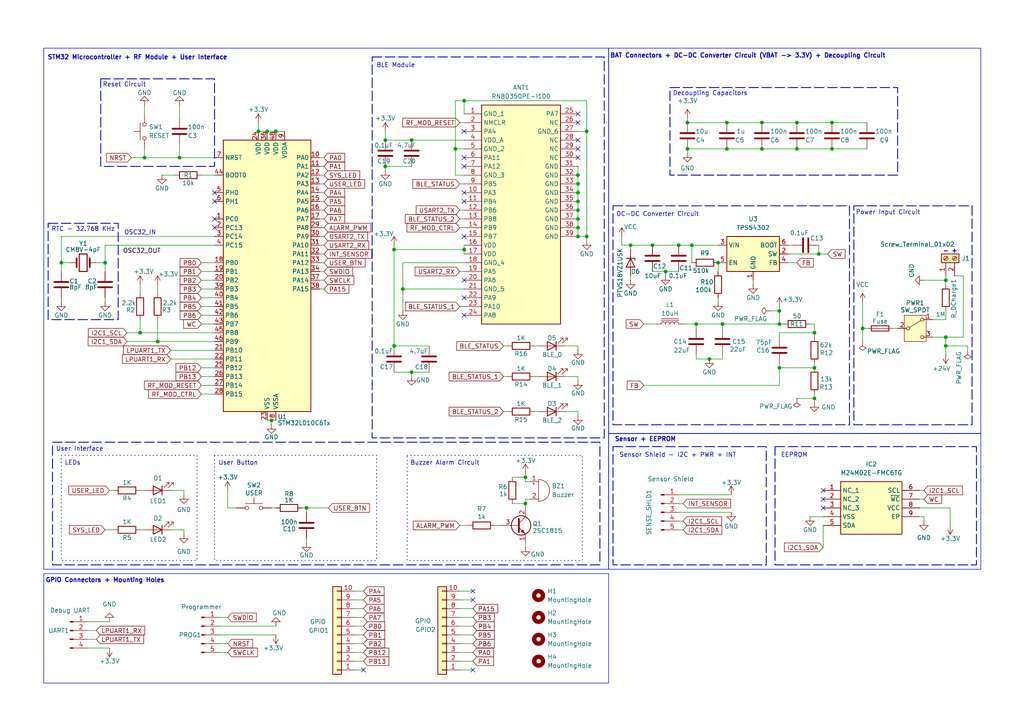
<source format=kicad_sch>
(kicad_sch (version 20231120) (generator "eeschema") (generator_version "8.0")
  (paper "A4")
  (title_block (title "Bat-mon v1 - Stationary Edition") (date "2025-03-12"))
  (lib_symbols
    (symbol "Connector:Conn_01x04_Pin" (pin_names (offset 1.016) hide)
      (property "Reference" "J" (at 0 5.08 0))
      (property "Value" "Conn_01x04_Pin" (at 0 -7.62 0))
      (symbol "Conn_01x04_Pin_1_1"
        (pin passive line (at 5.08 2.54 180) (length 3.81) (name "Pin_1") (number "1"))
        (pin passive line (at 5.08 0 180) (length 3.81) (name "Pin_2") (number "2"))
        (pin passive line (at 5.08 -2.54 180) (length 3.81) (name "Pin_3") (number "3"))
        (pin passive line (at 5.08 -5.08 180) (length 3.81) (name "Pin_4") (number "4"))
      )
    )
    (symbol "Connector:Conn_01x05_Pin" (pin_names (offset 1.016) hide)
      (property "Reference" "J" (at 0 7.62 0))
      (property "Value" "Conn_01x05_Pin" (at 0 -7.62 0))
      (symbol "Conn_01x05_Pin_1_1"
        (pin passive line (at 5.08 5.08 180) (length 3.81) (name "Pin_1") (number "1"))
        (pin passive line (at 5.08 2.54 180) (length 3.81) (name "Pin_2") (number "2"))
        (pin passive line (at 5.08 0 180) (length 3.81) (name "Pin_3") (number "3"))
        (pin passive line (at 5.08 -2.54 180) (length 3.81) (name "Pin_4") (number "4"))
        (pin passive line (at 5.08 -5.08 180) (length 3.81) (name "Pin_5") (number "5"))
      )
    )
    (symbol "Connector:Screw_Terminal_01x02" (pin_names (offset 1.016) hide)
      (property "Reference" "J" (at 0 2.54 0))
      (property "Value" "Screw_Terminal_01x02" (at 0 -5.08 0))
      (symbol "Screw_Terminal_01x02_1_1"
        (pin passive line (at -5.08 0 0) (length 3.81) (name "Pin_1") (number "1"))
        (pin passive line (at -5.08 -2.54 0) (length 3.81) (name "Pin_2") (number "2"))
      )
    )
    (symbol "Connector_Generic:Conn_01x10" (pin_names (offset 1.016) hide)
      (property "Reference" "J" (at 0 12.7 0))
      (property "Value" "Conn_01x10" (at 0 -15.24 0))
      (symbol "Conn_01x10_1_1"
        (pin passive line (at -5.08 10.16 0) (length 3.81) (name "Pin_1") (number "1"))
        (pin passive line (at -5.08 -12.7 0) (length 3.81) (name "Pin_10") (number "10"))
        (pin passive line (at -5.08 7.62 0) (length 3.81) (name "Pin_2") (number "2"))
        (pin passive line (at -5.08 5.08 0) (length 3.81) (name "Pin_3") (number "3"))
        (pin passive line (at -5.08 2.54 0) (length 3.81) (name "Pin_4") (number "4"))
        (pin passive line (at -5.08 0 0) (length 3.81) (name "Pin_5") (number "5"))
        (pin passive line (at -5.08 -2.54 0) (length 3.81) (name "Pin_6") (number "6"))
        (pin passive line (at -5.08 -5.08 0) (length 3.81) (name "Pin_7") (number "7"))
        (pin passive line (at -5.08 -7.62 0) (length 3.81) (name "Pin_8") (number "8"))
        (pin passive line (at -5.08 -10.16 0) (length 3.81) (name "Pin_9") (number "9"))
      )
    )
    (symbol "Device:Buzzer" (pin_names (offset 0.0254) hide)
      (property "Reference" "BZ" (at 3.81 1.27 0))
      (property "Value" "Buzzer" (at 3.81 -1.27 0))
      (symbol "Buzzer_1_1"
        (pin passive line (at -2.54 2.54 0) (length 2.54) (name "+") (number "1"))
        (pin passive line (at -2.54 -2.54 0) (length 2.54) (name "-") (number "2"))
      )
    )
    (symbol "Device:C" (pin_numbers hide) (pin_names (offset 0.254))
      (property "Reference" "C" (at 0.635 2.54 0))
      (property "Value" "C" (at 0.635 -2.54 0))
      (symbol "C_1_1"
        (pin passive line (at 0 3.81 270) (length 2.794) (name "~") (number "1"))
        (pin passive line (at 0 -3.81 90) (length 2.794) (name "~") (number "2"))
      )
    )
    (symbol "Device:Crystal" (pin_numbers hide) (pin_names (offset 1.016) hide)
      (property "Reference" "Y" (at 0 3.81 0))
      (property "Value" "Crystal" (at 0 -3.81 0))
      (symbol "Crystal_1_1"
        (pin passive line (at -3.81 0 0) (length 1.27) (name "1") (number "1"))
        (pin passive line (at 3.81 0 180) (length 1.27) (name "2") (number "2"))
      )
    )
    (symbol "Device:Fuse" (pin_numbers hide) (pin_names (offset 0))
      (property "Reference" "F" (at 2.032 0 90))
      (property "Value" "Fuse" (at -1.905 0 90))
      (symbol "Fuse_1_1"
        (pin passive line (at 0 3.81 270) (length 1.27) (name "~") (number "1"))
        (pin passive line (at 0 -3.81 90) (length 1.27) (name "~") (number "2"))
      )
    )
    (symbol "Device:LED" (pin_numbers hide) (pin_names (offset 1.016) hide)
      (property "Reference" "D" (at 0 2.54 0))
      (property "Value" "LED" (at 0 -2.54 0))
      (symbol "LED_1_1"
        (pin passive line (at -3.81 0 0) (length 2.54) (name "K") (number "1"))
        (pin passive line (at 3.81 0 180) (length 2.54) (name "A") (number "2"))
      )
    )
    (symbol "Device:L_Iron" (pin_numbers hide) (pin_names (offset 1.016) hide)
      (property "Reference" "L" (at -1.27 0 90))
      (property "Value" "L_Iron" (at 2.794 0 90))
      (symbol "L_Iron_1_1"
        (pin passive line (at 0 3.81 270) (length 1.27) (name "1") (number "1"))
        (pin passive line (at 0 -3.81 90) (length 1.27) (name "2") (number "2"))
      )
    )
    (symbol "Device:R" (pin_numbers hide) (pin_names (offset 0))
      (property "Reference" "R" (at 2.032 0 90))
      (property "Value" "R" (at 0 0 90))
      (symbol "R_1_1"
        (pin passive line (at 0 3.81 270) (length 1.27) (name "~") (number "1"))
        (pin passive line (at 0 -3.81 90) (length 1.27) (name "~") (number "2"))
      )
    )
    (symbol "Diode:PTVS18VZ1USK" (pin_numbers hide) (pin_names hide)
      (property "Reference" "D" (at 0 2.54 0))
      (property "Value" "PTVS18VZ1USK" (at 0 -2.54 0))
      (symbol "PTVS18VZ1USK_1_1"
        (pin passive line (at -3.81 0 0) (length 2.54) (name "K") (number "1"))
        (pin passive line (at 3.81 0 180) (length 2.54) (name "A") (number "2"))
      )
    )
    (symbol "EEPROM_M24M02E:M24M02E-FMC6TG"
      (property "Reference" "IC" (at 24.13 7.62 0))
      (property "Value" "M24M02E-FMC6TG" (at 24.13 5.08 0))
      (symbol "M24M02E-FMC6TG_1_1"
        (pin passive line (at 0 0 0) (length 5.08) (name "NC_1") (number "1"))
        (pin passive line (at 0 -2.54 0) (length 5.08) (name "NC_2") (number "2"))
        (pin passive line (at 0 -5.08 0) (length 5.08) (name "NC_3") (number "3"))
        (pin passive line (at 0 -7.62 0) (length 5.08) (name "VSS") (number "4"))
        (pin passive line (at 0 -10.16 0) (length 5.08) (name "SDA") (number "5"))
        (pin passive line (at 27.94 0 180) (length 5.08) (name "SCL") (number "6"))
        (pin passive line (at 27.94 -2.54 180) (length 5.08) (name "~{WC}") (number "7"))
        (pin passive line (at 27.94 -5.08 180) (length 5.08) (name "VCC") (number "8"))
        (pin passive line (at 27.94 -7.62 180) (length 5.08) (name "EP") (number "9"))
      )
    )
    (symbol "MCU_ST_STM32L0:STM32L010C6Tx"
      (property "Reference" "U" (at -12.7 41.91 0))
      (property "Value" "STM32L010C6Tx" (at 7.62 41.91 0))
      (symbol "STM32L010C6Tx_1_1"
        (pin bidirectional line (at -15.24 17.78 0) (length 2.54) (name "PC0") (number "1"))
        (pin bidirectional line (at 15.24 35.56 180) (length 2.54) (name "PA0") (number "10"))
        (pin bidirectional line (at 15.24 33.02 180) (length 2.54) (name "PA1") (number "11"))
        (pin bidirectional line (at 15.24 30.48 180) (length 2.54) (name "PA2") (number "12"))
        (pin bidirectional line (at 15.24 27.94 180) (length 2.54) (name "PA3") (number "13"))
        (pin bidirectional line (at 15.24 25.4 180) (length 2.54) (name "PA4") (number "14"))
        (pin bidirectional line (at 15.24 22.86 180) (length 2.54) (name "PA5") (number "15"))
        (pin bidirectional line (at 15.24 20.32 180) (length 2.54) (name "PA6") (number "16"))
        (pin bidirectional line (at 15.24 17.78 180) (length 2.54) (name "PA7") (number "17"))
        (pin bidirectional line (at -15.24 5.08 0) (length 2.54) (name "PB0") (number "18"))
        (pin bidirectional line (at -15.24 2.54 0) (length 2.54) (name "PB1") (number "19"))
        (pin bidirectional line (at -15.24 15.24 0) (length 2.54) (name "PC13") (number "2"))
        (pin bidirectional line (at -15.24 0 0) (length 2.54) (name "PB2") (number "20"))
        (pin bidirectional line (at -15.24 -20.32 0) (length 2.54) (name "PB10") (number "21"))
        (pin bidirectional line (at -15.24 -22.86 0) (length 2.54) (name "PB11") (number "22"))
        (pin power_in line (at 0 -40.64 90) (length 2.54) (name "VSS") (number "23"))
        (pin power_in line (at -2.54 43.18 270) (length 2.54) (name "VDD") (number "24"))
        (pin bidirectional line (at -15.24 -25.4 0) (length 2.54) (name "PB12") (number "25"))
        (pin bidirectional line (at -15.24 -27.94 0) (length 2.54) (name "PB13") (number "26"))
        (pin bidirectional line (at -15.24 -30.48 0) (length 2.54) (name "PB14") (number "27"))
        (pin bidirectional line (at -15.24 -33.02 0) (length 2.54) (name "PB15") (number "28"))
        (pin bidirectional line (at 15.24 15.24 180) (length 2.54) (name "PA8") (number "29"))
        (pin bidirectional line (at -15.24 12.7 0) (length 2.54) (name "PC14") (number "3"))
        (pin bidirectional line (at 15.24 12.7 180) (length 2.54) (name "PA9") (number "30"))
        (pin bidirectional line (at 15.24 10.16 180) (length 2.54) (name "PA10") (number "31"))
        (pin bidirectional line (at 15.24 7.62 180) (length 2.54) (name "PA11") (number "32"))
        (pin bidirectional line (at 15.24 5.08 180) (length 2.54) (name "PA12") (number "33"))
        (pin bidirectional line (at 15.24 2.54 180) (length 2.54) (name "PA13") (number "34"))
        (pin passive line (at 0 -40.64 90) (length 2.54) hide (name "VSS") (number "35"))
        (pin power_in line (at 0 43.18 270) (length 2.54) (name "VDD") (number "36"))
        (pin bidirectional line (at 15.24 0 180) (length 2.54) (name "PA14") (number "37"))
        (pin bidirectional line (at 15.24 -2.54 180) (length 2.54) (name "PA15") (number "38"))
        (pin bidirectional line (at -15.24 -2.54 0) (length 2.54) (name "PB3") (number "39"))
        (pin bidirectional line (at -15.24 10.16 0) (length 2.54) (name "PC15") (number "4"))
        (pin bidirectional line (at -15.24 -5.08 0) (length 2.54) (name "PB4") (number "40"))
        (pin bidirectional line (at -15.24 -7.62 0) (length 2.54) (name "PB5") (number "41"))
        (pin bidirectional line (at -15.24 -10.16 0) (length 2.54) (name "PB6") (number "42"))
        (pin bidirectional line (at -15.24 -12.7 0) (length 2.54) (name "PB7") (number "43"))
        (pin input line (at -15.24 30.48 0) (length 2.54) (name "BOOT0") (number "44"))
        (pin bidirectional line (at -15.24 -15.24 0) (length 2.54) (name "PB8") (number "45"))
        (pin bidirectional line (at -15.24 -17.78 0) (length 2.54) (name "PB9") (number "46"))
        (pin passive line (at 0 -40.64 90) (length 2.54) hide (name "VSS") (number "47"))
        (pin power_in line (at 2.54 43.18 270) (length 2.54) (name "VDD") (number "48"))
        (pin bidirectional line (at -15.24 25.4 0) (length 2.54) (name "PH0") (number "5"))
        (pin bidirectional line (at -15.24 22.86 0) (length 2.54) (name "PH1") (number "6"))
        (pin input line (at -15.24 35.56 0) (length 2.54) (name "NRST") (number "7"))
        (pin power_in line (at 2.54 -40.64 90) (length 2.54) (name "VSSA") (number "8"))
        (pin power_in line (at 5.08 43.18 270) (length 2.54) (name "VDDA") (number "9"))
      )
    )
    (symbol "Mechanical:MountingHole" (pin_names (offset 1.016)) (exclude_from_sim yes) (in_bom no)
      (property "Reference" "H" (at 0 5.08 0))
      (property "Value" "MountingHole" (at 0 3.175 0))
    )
    (symbol "RNBD451PE-I100:RNBD350PE-I100"
      (property "Reference" "ANT" (at 7.874 7.366 0))
      (property "Value" "RNBD350PE-I100" (at 7.874 4.826 0))
      (symbol "RNBD350PE-I100_1_1"
        (pin passive line (at 0 0 0) (length 5.08) (name "GND_1") (number "1"))
        (pin passive line (at 0 -22.86 0) (length 5.08) (name "PA3") (number "10"))
        (pin passive line (at 0 -25.4 0) (length 5.08) (name "PB4") (number "11"))
        (pin passive line (at 0 -27.94 0) (length 5.08) (name "PB6") (number "12"))
        (pin passive line (at 0 -30.48 0) (length 5.08) (name "PB8") (number "13"))
        (pin passive line (at 0 -33.02 0) (length 5.08) (name "PB9") (number "14"))
        (pin passive line (at 0 -35.56 0) (length 5.08) (name "PB7") (number "15"))
        (pin passive line (at 0 -38.1 0) (length 5.08) (name "VDD") (number "16"))
        (pin passive line (at 0 -40.64 0) (length 5.08) (name "VDD") (number "17"))
        (pin passive line (at 0 -43.18 0) (length 5.08) (name "GND_4") (number "18"))
        (pin passive line (at 0 -45.72 0) (length 5.08) (name "PA5") (number "19"))
        (pin passive line (at 0 -2.54 0) (length 5.08) (name "NMCLR") (number "2"))
        (pin passive line (at 0 -48.26 0) (length 5.08) (name "PA6") (number "20"))
        (pin passive line (at 0 -50.8 0) (length 5.08) (name "GND_5") (number "21"))
        (pin passive line (at 0 -53.34 0) (length 5.08) (name "PA9") (number "22"))
        (pin passive line (at 0 -55.88 0) (length 5.08) (name "PA10") (number "23"))
        (pin passive line (at 0 -58.42 0) (length 5.08) (name "PA8") (number "24"))
        (pin passive line (at 33.02 0 180) (length 5.08) (name "PA7") (number "25"))
        (pin passive line (at 33.02 -2.54 180) (length 5.08) (name "NC") (number "26"))
        (pin passive line (at 33.02 -5.08 180) (length 5.08) (name "GND_6") (number "27"))
        (pin passive line (at 33.02 -7.62 180) (length 5.08) (name "NC") (number "28"))
        (pin passive line (at 33.02 -10.16 180) (length 5.08) (name "NC") (number "29"))
        (pin passive line (at 0 -5.08 0) (length 5.08) (name "PA4") (number "3"))
        (pin passive line (at 33.02 -12.7 180) (length 5.08) (name "NC") (number "30"))
        (pin passive line (at 33.02 -15.24 180) (length 5.08) (name "GND") (number "31"))
        (pin passive line (at 33.02 -17.78 180) (length 5.08) (name "GND") (number "32"))
        (pin passive line (at 33.02 -20.32 180) (length 5.08) (name "GND") (number "33"))
        (pin passive line (at 33.02 -22.86 180) (length 5.08) (name "GND") (number "34"))
        (pin passive line (at 33.02 -25.4 180) (length 5.08) (name "GND") (number "35"))
        (pin passive line (at 33.02 -27.94 180) (length 5.08) (name "GND") (number "36"))
        (pin passive line (at 33.02 -30.48 180) (length 5.08) (name "GND") (number "37"))
        (pin passive line (at 33.02 -33.02 180) (length 5.08) (name "GND") (number "38"))
        (pin passive line (at 33.02 -35.56 180) (length 5.08) (name "GND") (number "39"))
        (pin passive line (at 0 -7.62 0) (length 5.08) (name "VDD_A") (number "4"))
        (pin passive line (at 0 -10.16 0) (length 5.08) (name "GND_2") (number "5"))
        (pin passive line (at 0 -12.7 0) (length 5.08) (name "PA11") (number "6"))
        (pin passive line (at 0 -15.24 0) (length 5.08) (name "PA12") (number "7"))
        (pin passive line (at 0 -17.78 0) (length 5.08) (name "GND_3") (number "8"))
        (pin passive line (at 0 -20.32 0) (length 5.08) (name "PB5") (number "9"))
      )
    )
    (symbol "Regulator_Switching:TPS54302"
      (property "Reference" "U" (at -7.62 6.35 0))
      (property "Value" "TPS54302" (at 0 6.35 0))
      (symbol "TPS54302_1_1"
        (pin power_in line (at 0 -7.62 90) (length 2.54) (name "GND") (number "1"))
        (pin power_out line (at 10.16 0 180) (length 2.54) (name "SW") (number "2"))
        (pin power_in line (at -10.16 2.54 0) (length 2.54) (name "VIN") (number "3"))
        (pin input line (at 10.16 -2.54 180) (length 2.54) (name "FB") (number "4"))
        (pin input line (at -10.16 -2.54 0) (length 2.54) (name "EN") (number "5"))
        (pin passive line (at 10.16 2.54 180) (length 2.54) (name "BOOT") (number "6"))
      )
    )
    (symbol "Switch:SW_Push" (pin_numbers hide) (pin_names (offset 1.016) hide)
      (property "Reference" "SW" (at 1.27 2.54 0))
      (property "Value" "SW_Push" (at 0 -1.524 0))
      (symbol "SW_Push_0_1"
        (pin passive line (at -5.08 0 0) (length 2.54) (name "1") (number "1"))
        (pin passive line (at 5.08 0 180) (length 2.54) (name "2") (number "2"))
      )
    )
    (symbol "Switch:SW_SPDT" (pin_names (offset 0) hide)
      (property "Reference" "SW" (at 0 5.08 0))
      (property "Value" "SW_SPDT" (at 0 -5.08 0))
      (symbol "SW_SPDT_1_1"
        (pin passive line (at 5.08 2.54 180) (length 2.54) (name "A") (number "1"))
        (pin passive line (at -5.08 0 0) (length 2.54) (name "B") (number "2"))
        (pin passive line (at 5.08 -2.54 180) (length 2.54) (name "C") (number "3"))
      )
    )
    (symbol "Transistor_BJT:2SC1815" (pin_names (offset 0) hide)
      (property "Reference" "Q" (at 5.08 1.905 0))
      (property "Value" "2SC1815" (at 5.08 0 0))
      (symbol "2SC1815_1_1"
        (pin passive line (at 2.54 -5.08 90) (length 2.54) (name "E") (number "1"))
        (pin passive line (at 2.54 5.08 270) (length 2.54) (name "C") (number "2"))
        (pin input line (at -5.08 0 0) (length 5.08) (name "B") (number "3"))
      )
    )
    (symbol "power:+24V" (power) (pin_numbers hide) (pin_names (offset 0) hide)
      (property "Value" "+24V" (at 0 3.556 0))
      (symbol "+24V_1_1"
        (pin power_in line (at 0 0 90) (length 0) (name "~") (number "1"))
      )
    )
    (symbol "power:+3.3V" (power) (pin_numbers hide) (pin_names (offset 0) hide)
      (property "Value" "+3.3V" (at 0 3.556 0))
      (symbol "+3.3V_1_1"
        (pin power_in line (at 0 0 90) (length 0) (name "~") (number "1"))
      )
    )
    (symbol "power:GND" (power) (pin_numbers hide) (pin_names (offset 0) hide)
      (property "Value" "GND" (at 0 -3.81 0))
      (symbol "GND_1_1"
        (pin power_in line (at 0 0 270) (length 0) (name "~") (number "1"))
      )
    )
    (symbol "power:PWR_FLAG" (power) (pin_numbers hide) (pin_names (offset 0) hide)
      (property "Value" "PWR_FLAG" (at 0 3.81 0))
      (symbol "PWR_FLAG_0_0"
        (pin power_out line (at 0 0 90) (length 0) (name "~") (number "1"))
      )
    )
    (symbol "power:VCC" (power) (pin_numbers hide) (pin_names (offset 0) hide)
      (property "Value" "VCC" (at 0 3.556 0))
      (symbol "VCC_1_1"
        (pin power_in line (at 0 0 90) (length 0) (name "~") (number "1"))
      )
    )
  )
  (junction (at 17.78 76.2))
  (junction (at 220.98 35.56))
  (junction (at 209.55 93.98))
  (junction (at 41.91 45.72))
  (junction (at 77.47 38.1))
  (junction (at 132.08 43.18))
  (junction (at 167.64 55.88))
  (junction (at 236.22 96.52))
  (junction (at 220.98 43.18))
  (junction (at 170.18 68.58))
  (junction (at 200.66 71.12))
  (junction (at 119.38 40.64))
  (junction (at 193.04 78.74))
  (junction (at 231.14 43.18))
  (junction (at 201.93 93.98))
  (junction (at 241.3 43.18))
  (junction (at 152.4 146.05))
  (junction (at 167.64 63.5))
  (junction (at 111.76 48.26))
  (junction (at 274.32 81.28))
  (junction (at 226.06 90.17))
  (junction (at 237.49 73.66))
  (junction (at 205.74 104.14))
  (junction (at 182.88 71.12))
  (junction (at 134.62 72.39))
  (junction (at 167.64 58.42))
  (junction (at 52.07 45.72))
  (junction (at 167.64 50.8))
  (junction (at 30.48 76.2))
  (junction (at 134.62 29.21))
  (junction (at 40.64 96.52))
  (junction (at 114.3 72.39))
  (junction (at 88.9 147.32))
  (junction (at 189.23 71.12))
  (junction (at 236.22 106.68))
  (junction (at 226.06 106.68))
  (junction (at 236.22 115.57))
  (junction (at 116.84 83.82))
  (junction (at 231.14 35.56))
  (junction (at 111.76 40.64))
  (junction (at 170.18 38.1))
  (junction (at 274.32 97.79))
  (junction (at 210.82 35.56))
  (junction (at 119.38 107.95))
  (junction (at 167.64 68.58))
  (junction (at 167.64 66.04))
  (junction (at 45.72 99.06))
  (junction (at 274.32 100.33))
  (junction (at 241.3 35.56))
  (junction (at 114.3 100.33))
  (junction (at 167.64 53.34))
  (junction (at 250.19 95.25))
  (junction (at 74.93 38.1))
  (junction (at 152.4 138.43))
  (junction (at 199.39 43.18))
  (junction (at 199.39 35.56))
  (junction (at 208.28 76.2))
  (junction (at 226.06 93.98))
  (junction (at 167.64 60.96))
  (junction (at 80.01 38.1))
  (junction (at 210.82 43.18))
  (junction (at 78.74 121.92))
  (junction (at 196.85 71.12))
  (no_connect (at 62.23 55.88))
  (no_connect (at 134.62 58.42))
  (no_connect (at 62.23 58.42))
  (no_connect (at 134.62 68.58))
  (no_connect (at 238.76 144.78))
  (no_connect (at 137.16 194.31))
  (no_connect (at 134.62 45.72))
  (no_connect (at 238.76 147.32))
  (no_connect (at 134.62 55.88))
  (no_connect (at 134.62 48.26))
  (no_connect (at 167.64 43.18))
  (no_connect (at 134.62 81.28))
  (no_connect (at 167.64 40.64))
  (no_connect (at 62.23 63.5))
  (no_connect (at 134.62 38.1))
  (no_connect (at 62.23 66.04))
  (no_connect (at 137.16 171.45))
  (no_connect (at 167.64 45.72))
  (no_connect (at 105.41 194.31))
  (no_connect (at 134.62 91.44))
  (no_connect (at 167.64 33.02))
  (no_connect (at 238.76 142.24))
  (no_connect (at 134.62 86.36))
  (no_connect (at 137.16 173.99))
  (no_connect (at 167.64 35.56))
  (wire (pts (xy 259.08 95.25) (xy 260.35 95.25)))
  (wire (pts (xy 236.22 114.3) (xy 236.22 115.57)))
  (wire (pts (xy 134.62 29.21) (xy 170.18 29.21)))
  (wire (pts (xy 58.42 114.3) (xy 62.23 114.3)))
  (wire (pts (xy 30.48 87.63) (xy 30.48 86.36)))
  (wire (pts (xy 231.14 76.2) (xy 228.6 76.2)))
  (wire (pts (xy 114.3 107.95) (xy 119.38 107.95)))
  (wire (pts (xy 170.18 29.21) (xy 170.18 38.1)))
  (wire (pts (xy 31.75 180.34) (xy 25.4 180.34)))
  (wire (pts (xy 88.9 148.59) (xy 88.9 147.32)))
  (wire (pts (xy 167.64 60.96) (xy 167.64 63.5)))
  (wire (pts (xy 280.67 100.33) (xy 274.32 100.33)))
  (wire (pts (xy 236.22 93.98) (xy 236.22 96.52)))
  (wire (pts (xy 231.14 115.57) (xy 236.22 115.57)))
  (wire (pts (xy 134.62 72.39) (xy 134.62 73.66)))
  (wire (pts (xy 231.14 43.18) (xy 241.3 43.18)))
  (wire (pts (xy 36.83 99.06) (xy 45.72 99.06)))
  (wire (pts (xy 280.67 100.33) (xy 280.67 101.6)))
  (wire (pts (xy 27.94 185.42) (xy 25.4 185.42)))
  (wire (pts (xy 137.16 173.99) (xy 133.35 173.99)))
  (wire (pts (xy 58.42 78.74) (xy 62.23 78.74)))
  (wire (pts (xy 275.59 147.32) (xy 266.7 147.32)))
  (wire (pts (xy 267.97 81.28) (xy 274.32 81.28)))
  (wire (pts (xy 167.64 55.88) (xy 167.64 58.42)))
  (wire (pts (xy 134.62 33.02) (xy 134.62 29.21)))
  (wire (pts (xy 152.4 158.75) (xy 152.4 157.48)))
  (wire (pts (xy 53.34 153.67) (xy 49.53 153.67)))
  (wire (pts (xy 210.82 35.56) (xy 220.98 35.56)))
  (wire (pts (xy 40.64 82.55) (xy 40.64 85.09)))
  (wire (pts (xy 40.64 96.52) (xy 62.23 96.52)))
  (wire (pts (xy 167.64 100.33) (xy 163.83 100.33)))
  (wire (pts (xy 114.3 72.39) (xy 134.62 72.39)))
  (wire (pts (xy 38.1 45.72) (xy 41.91 45.72)))
  (wire (pts (xy 119.38 40.64) (xy 134.62 40.64)))
  (wire (pts (xy 77.47 121.92) (xy 78.74 121.92)))
  (wire (pts (xy 146.05 109.22) (xy 147.32 109.22)))
  (wire (pts (xy 198.12 151.13) (xy 196.85 151.13)))
  (wire (pts (xy 74.93 38.1) (xy 77.47 38.1)))
  (wire (pts (xy 250.19 87.63) (xy 250.19 95.25)))
  (wire (pts (xy 52.07 41.91) (xy 52.07 45.72)))
  (wire (pts (xy 154.94 119.38) (xy 156.21 119.38)))
  (wire (pts (xy 274.32 92.71) (xy 270.51 92.71)))
  (wire (pts (xy 167.64 50.8) (xy 167.64 53.34)))
  (wire (pts (xy 58.42 111.76) (xy 62.23 111.76)))
  (wire (pts (xy 236.22 96.52) (xy 236.22 97.79)))
  (wire (pts (xy 93.98 60.96) (xy 92.71 60.96)))
  (wire (pts (xy 58.42 88.9) (xy 62.23 88.9)))
  (wire (pts (xy 152.4 139.7) (xy 152.4 138.43)))
  (wire (pts (xy 279.4 80.01) (xy 276.86 80.01)))
  (wire (pts (xy 241.3 43.18) (xy 251.46 43.18)))
  (wire (pts (xy 133.35 152.4) (xy 135.89 152.4)))
  (wire (pts (xy 66.04 186.69) (xy 63.5 186.69)))
  (wire (pts (xy 226.06 106.68) (xy 226.06 111.76)))
  (wire (pts (xy 58.42 50.8) (xy 62.23 50.8)))
  (wire (pts (xy 58.42 109.22) (xy 62.23 109.22)))
  (wire (pts (xy 116.84 76.2) (xy 116.84 83.82)))
  (wire (pts (xy 93.98 78.74) (xy 92.71 78.74)))
  (wire (pts (xy 267.97 149.86) (xy 266.7 149.86)))
  (wire (pts (xy 134.62 50.8) (xy 132.08 50.8)))
  (wire (pts (xy 137.16 181.61) (xy 133.35 181.61)))
  (wire (pts (xy 236.22 116.84) (xy 236.22 115.57)))
  (wire (pts (xy 210.82 43.18) (xy 220.98 43.18)))
  (wire (pts (xy 66.04 179.07) (xy 63.5 179.07)))
  (wire (pts (xy 182.88 72.39) (xy 182.88 71.12)))
  (wire (pts (xy 53.34 154.94) (xy 53.34 153.67)))
  (wire (pts (xy 148.59 146.05) (xy 152.4 146.05)))
  (wire (pts (xy 27.94 182.88) (xy 25.4 182.88)))
  (wire (pts (xy 133.35 63.5) (xy 134.62 63.5)))
  (wire (pts (xy 201.93 93.98) (xy 198.12 93.98)))
  (wire (pts (xy 167.64 48.26) (xy 167.64 50.8)))
  (wire (pts (xy 240.03 73.66) (xy 237.49 73.66)))
  (wire (pts (xy 137.16 194.31) (xy 133.35 194.31)))
  (wire (pts (xy 41.91 45.72) (xy 52.07 45.72)))
  (wire (pts (xy 93.98 63.5) (xy 92.71 63.5)))
  (wire (pts (xy 132.08 29.21) (xy 134.62 29.21)))
  (wire (pts (xy 134.62 71.12) (xy 134.62 72.39)))
  (wire (pts (xy 58.42 76.2) (xy 62.23 76.2)))
  (wire (pts (xy 66.04 142.24) (xy 66.04 147.32)))
  (wire (pts (xy 153.67 144.78) (xy 152.4 144.78)))
  (wire (pts (xy 66.04 189.23) (xy 63.5 189.23)))
  (wire (pts (xy 193.04 78.74) (xy 196.85 78.74)))
  (wire (pts (xy 40.64 92.71) (xy 40.64 96.52)))
  (wire (pts (xy 119.38 109.22) (xy 119.38 107.95)))
  (wire (pts (xy 93.98 55.88) (xy 92.71 55.88)))
  (wire (pts (xy 275.59 152.4) (xy 275.59 147.32)))
  (wire (pts (xy 274.32 81.28) (xy 274.32 82.55)))
  (wire (pts (xy 167.64 68.58) (xy 170.18 68.58)))
  (wire (pts (xy 111.76 49.53) (xy 111.76 48.26)))
  (wire (pts (xy 133.35 66.04) (xy 134.62 66.04)))
  (wire (pts (xy 93.98 71.12) (xy 92.71 71.12)))
  (wire (pts (xy 201.93 104.14) (xy 205.74 104.14)))
  (wire (pts (xy 279.4 97.79) (xy 279.4 80.01)))
  (wire (pts (xy 116.84 83.82) (xy 134.62 83.82)))
  (wire (pts (xy 132.08 43.18) (xy 132.08 29.21)))
  (wire (pts (xy 105.41 181.61) (xy 102.87 181.61)))
  (wire (pts (xy 58.42 91.44) (xy 62.23 91.44)))
  (wire (pts (xy 226.06 96.52) (xy 236.22 96.52)))
  (wire (pts (xy 114.3 71.12) (xy 114.3 72.39)))
  (wire (pts (xy 167.64 58.42) (xy 167.64 60.96)))
  (wire (pts (xy 105.41 184.15) (xy 102.87 184.15)))
  (wire (pts (xy 17.78 87.63) (xy 17.78 86.36)))
  (wire (pts (xy 132.08 50.8) (xy 132.08 43.18)))
  (wire (pts (xy 236.22 106.68) (xy 236.22 105.41)))
  (wire (pts (xy 31.75 187.96) (xy 25.4 187.96)))
  (wire (pts (xy 93.98 81.28) (xy 92.71 81.28)))
  (wire (pts (xy 58.42 106.68) (xy 62.23 106.68)))
  (wire (pts (xy 31.75 142.24) (xy 33.02 142.24)))
  (wire (pts (xy 201.93 102.87) (xy 201.93 104.14)))
  (wire (pts (xy 227.33 93.98) (xy 226.06 93.98)))
  (wire (pts (xy 189.23 71.12) (xy 196.85 71.12)))
  (wire (pts (xy 226.06 111.76) (xy 186.69 111.76)))
  (wire (pts (xy 134.62 43.18) (xy 132.08 43.18)))
  (wire (pts (xy 88.9 147.32) (xy 87.63 147.32)))
  (wire (pts (xy 274.32 102.87) (xy 274.32 100.33)))
  (wire (pts (xy 154.94 100.33) (xy 156.21 100.33)))
  (wire (pts (xy 220.98 43.18) (xy 231.14 43.18)))
  (wire (pts (xy 167.64 101.6) (xy 167.64 100.33)))
  (wire (pts (xy 93.98 66.04) (xy 92.71 66.04)))
  (wire (pts (xy 199.39 34.29) (xy 199.39 35.56)))
  (wire (pts (xy 167.64 109.22) (xy 163.83 109.22)))
  (wire (pts (xy 133.35 88.9) (xy 134.62 88.9)))
  (wire (pts (xy 52.07 30.48) (xy 52.07 34.29)))
  (wire (pts (xy 105.41 176.53) (xy 102.87 176.53)))
  (wire (pts (xy 250.19 95.25) (xy 250.19 99.06)))
  (wire (pts (xy 137.16 179.07) (xy 133.35 179.07)))
  (wire (pts (xy 45.72 92.71) (xy 45.72 99.06)))
  (wire (pts (xy 133.35 35.56) (xy 134.62 35.56)))
  (wire (pts (xy 274.32 97.79) (xy 274.32 100.33)))
  (wire (pts (xy 58.42 86.36) (xy 62.23 86.36)))
  (wire (pts (xy 137.16 184.15) (xy 133.35 184.15)))
  (wire (pts (xy 78.74 121.92) (xy 78.74 123.19)))
  (wire (pts (xy 189.23 78.74) (xy 193.04 78.74)))
  (wire (pts (xy 167.64 110.49) (xy 167.64 109.22)))
  (wire (pts (xy 93.98 50.8) (xy 92.71 50.8)))
  (wire (pts (xy 212.09 143.51) (xy 196.85 143.51)))
  (wire (pts (xy 238.76 158.75) (xy 238.76 152.4)))
  (wire (pts (xy 148.59 138.43) (xy 152.4 138.43)))
  (wire (pts (xy 208.28 78.74) (xy 208.28 76.2)))
  (wire (pts (xy 30.48 153.67) (xy 33.02 153.67)))
  (wire (pts (xy 124.46 107.95) (xy 119.38 107.95)))
  (wire (pts (xy 180.34 68.58) (xy 180.34 71.12)))
  (wire (pts (xy 201.93 93.98) (xy 201.93 95.25)))
  (wire (pts (xy 237.49 73.66) (xy 228.6 73.66)))
  (wire (pts (xy 137.16 171.45) (xy 133.35 171.45)))
  (wire (pts (xy 198.12 146.05) (xy 196.85 146.05)))
  (wire (pts (xy 152.4 147.32) (xy 152.4 146.05)))
  (wire (pts (xy 226.06 106.68) (xy 236.22 106.68)))
  (wire (pts (xy 30.48 71.12) (xy 30.48 76.2)))
  (wire (pts (xy 167.64 119.38) (xy 163.83 119.38)))
  (wire (pts (xy 234.95 149.86) (xy 238.76 149.86)))
  (wire (pts (xy 209.55 93.98) (xy 209.55 95.25)))
  (wire (pts (xy 137.16 191.77) (xy 133.35 191.77)))
  (wire (pts (xy 17.78 68.58) (xy 17.78 76.2)))
  (wire (pts (xy 133.35 60.96) (xy 134.62 60.96)))
  (wire (pts (xy 93.98 73.66) (xy 92.71 73.66)))
  (wire (pts (xy 180.34 71.12) (xy 182.88 71.12)))
  (wire (pts (xy 237.49 71.12) (xy 237.49 73.66)))
  (wire (pts (xy 80.01 38.1) (xy 82.55 38.1)))
  (wire (pts (xy 105.41 179.07) (xy 102.87 179.07)))
  (wire (pts (xy 111.76 48.26) (xy 119.38 48.26)))
  (wire (pts (xy 186.69 93.98) (xy 190.5 93.98)))
  (wire (pts (xy 201.93 93.98) (xy 209.55 93.98)))
  (wire (pts (xy 267.97 142.24) (xy 266.7 142.24)))
  (wire (pts (xy 152.4 137.16) (xy 152.4 138.43)))
  (wire (pts (xy 58.42 81.28) (xy 62.23 81.28)))
  (wire (pts (xy 53.34 142.24) (xy 49.53 142.24)))
  (wire (pts (xy 137.16 176.53) (xy 133.35 176.53)))
  (wire (pts (xy 226.06 105.41) (xy 226.06 106.68)))
  (wire (pts (xy 74.93 35.56) (xy 74.93 38.1)))
  (wire (pts (xy 226.06 88.9) (xy 226.06 90.17)))
  (wire (pts (xy 88.9 157.48) (xy 88.9 156.21)))
  (wire (pts (xy 167.64 63.5) (xy 167.64 66.04)))
  (wire (pts (xy 147.32 100.33) (xy 146.05 100.33)))
  (wire (pts (xy 20.32 76.2) (xy 17.78 76.2)))
  (wire (pts (xy 111.76 38.1) (xy 111.76 40.64)))
  (wire (pts (xy 199.39 43.18) (xy 199.39 44.45)))
  (wire (pts (xy 30.48 76.2) (xy 30.48 78.74)))
  (wire (pts (xy 231.14 35.56) (xy 241.3 35.56)))
  (wire (pts (xy 93.98 53.34) (xy 92.71 53.34)))
  (wire (pts (xy 45.72 82.55) (xy 45.72 85.09)))
  (wire (pts (xy 41.91 43.18) (xy 41.91 45.72)))
  (wire (pts (xy 134.62 78.74) (xy 133.35 78.74)))
  (wire (pts (xy 93.98 58.42) (xy 92.71 58.42)))
  (wire (pts (xy 105.41 186.69) (xy 102.87 186.69)))
  (wire (pts (xy 236.22 93.98) (xy 234.95 93.98)))
  (wire (pts (xy 193.04 80.01) (xy 193.04 78.74)))
  (wire (pts (xy 27.94 76.2) (xy 30.48 76.2)))
  (wire (pts (xy 153.67 139.7) (xy 152.4 139.7)))
  (wire (pts (xy 105.41 191.77) (xy 102.87 191.77)))
  (wire (pts (xy 58.42 83.82) (xy 62.23 83.82)))
  (wire (pts (xy 36.83 96.52) (xy 40.64 96.52)))
  (wire (pts (xy 105.41 173.99) (xy 102.87 173.99)))
  (wire (pts (xy 58.42 93.98) (xy 62.23 93.98)))
  (wire (pts (xy 116.84 90.17) (xy 116.84 83.82)))
  (wire (pts (xy 62.23 68.58) (xy 17.78 68.58)))
  (wire (pts (xy 199.39 35.56) (xy 210.82 35.56)))
  (wire (pts (xy 241.3 35.56) (xy 251.46 35.56)))
  (wire (pts (xy 220.98 35.56) (xy 231.14 35.56)))
  (wire (pts (xy 45.72 99.06) (xy 62.23 99.06)))
  (wire (pts (xy 137.16 186.69) (xy 133.35 186.69)))
  (wire (pts (xy 167.64 66.04) (xy 167.64 68.58)))
  (wire (pts (xy 167.64 120.65) (xy 167.64 119.38)))
  (wire (pts (xy 209.55 93.98) (xy 226.06 93.98)))
  (wire (pts (xy 270.51 97.79) (xy 274.32 97.79)))
  (wire (pts (xy 170.18 38.1) (xy 170.18 68.58)))
  (wire (pts (xy 114.3 100.33) (xy 124.46 100.33)))
  (wire (pts (xy 226.06 90.17) (xy 226.06 93.98)))
  (wire (pts (xy 133.35 53.34) (xy 134.62 53.34)))
  (wire (pts (xy 167.64 38.1) (xy 170.18 38.1)))
  (wire (pts (xy 134.62 76.2) (xy 116.84 76.2)))
  (wire (pts (xy 267.97 151.13) (xy 267.97 149.86)))
  (wire (pts (xy 62.23 71.12) (xy 30.48 71.12)))
  (wire (pts (xy 93.98 68.58) (xy 92.71 68.58)))
  (wire (pts (xy 105.41 189.23) (xy 102.87 189.23)))
  (wire (pts (xy 78.74 121.92) (xy 80.01 121.92)))
  (wire (pts (xy 274.32 90.17) (xy 274.32 92.71)))
  (wire (pts (xy 93.98 76.2) (xy 92.71 76.2)))
  (wire (pts (xy 137.16 189.23) (xy 133.35 189.23)))
  (wire (pts (xy 198.12 153.67) (xy 196.85 153.67)))
  (wire (pts (xy 40.64 142.24) (xy 41.91 142.24)))
  (wire (pts (xy 154.94 109.22) (xy 156.21 109.22)))
  (wire (pts (xy 267.97 144.78) (xy 266.7 144.78)))
  (wire (pts (xy 223.52 90.17) (xy 226.06 90.17)))
  (wire (pts (xy 93.98 45.72) (xy 92.71 45.72)))
  (wire (pts (xy 46.99 50.8) (xy 50.8 50.8)))
  (wire (pts (xy 41.91 30.48) (xy 41.91 33.02)))
  (wire (pts (xy 80.01 147.32) (xy 78.74 147.32)))
  (wire (pts (xy 209.55 104.14) (xy 205.74 104.14)))
  (wire (pts (xy 229.87 71.12) (xy 228.6 71.12)))
  (wire (pts (xy 114.3 72.39) (xy 114.3 100.33)))
  (wire (pts (xy 49.53 101.6) (xy 62.23 101.6)))
  (wire (pts (xy 182.88 81.28) (xy 182.88 80.01)))
  (wire (pts (xy 111.76 40.64) (xy 119.38 40.64)))
  (wire (pts (xy 209.55 102.87) (xy 209.55 104.14)))
  (wire (pts (xy 143.51 152.4) (xy 144.78 152.4)))
  (wire (pts (xy 40.64 153.67) (xy 41.91 153.67)))
  (wire (pts (xy 80.01 181.61) (xy 63.5 181.61)))
  (wire (pts (xy 95.25 147.32) (xy 88.9 147.32)))
  (wire (pts (xy 274.32 97.79) (xy 279.4 97.79)))
  (wire (pts (xy 77.47 38.1) (xy 80.01 38.1)))
  (wire (pts (xy 167.64 53.34) (xy 167.64 55.88)))
  (wire (pts (xy 200.66 71.12) (xy 208.28 71.12)))
  (wire (pts (xy 212.09 148.59) (xy 196.85 148.59)))
  (wire (pts (xy 53.34 143.51) (xy 53.34 142.24)))
  (wire (pts (xy 182.88 71.12) (xy 189.23 71.12)))
  (wire (pts (xy 251.46 95.25) (xy 250.19 95.25)))
  (wire (pts (xy 199.39 43.18) (xy 210.82 43.18)))
  (wire (pts (xy 226.06 97.79) (xy 226.06 96.52)))
  (wire (pts (xy 196.85 71.12) (xy 200.66 71.12)))
  (wire (pts (xy 17.78 76.2) (xy 17.78 78.74)))
  (wire (pts (xy 208.28 87.63) (xy 208.28 86.36)))
  (wire (pts (xy 80.01 184.15) (xy 63.5 184.15)))
  (wire (pts (xy 170.18 69.85) (xy 170.18 68.58)))
  (wire (pts (xy 146.05 119.38) (xy 147.32 119.38)))
  (wire (pts (xy 200.66 71.12) (xy 200.66 76.2)))
  (wire (pts (xy 93.98 83.82) (xy 92.71 83.82)))
  (wire (pts (xy 152.4 144.78) (xy 152.4 146.05)))
  (wire (pts (xy 49.53 104.14) (xy 62.23 104.14)))
  (wire (pts (xy 274.32 80.01) (xy 274.32 81.28)))
  (wire (pts (xy 218.44 82.55) (xy 218.44 81.28)))
  (wire (pts (xy 52.07 45.72) (xy 62.23 45.72)))
  (wire (pts (xy 105.41 171.45) (xy 102.87 171.45)))
  (wire (pts (xy 105.41 194.31) (xy 102.87 194.31)))
  (wire (pts (xy 66.04 147.32) (xy 68.58 147.32)))
  (wire (pts (xy 93.98 48.26) (xy 92.71 48.26)))
  (rectangle (start 12.7 166.37) (end 176.53 198.12))
  (rectangle (start 29.21 22.86) (end 62.23 48.26) (stroke (width 0.254) (type dash)))
  (rectangle (start 12.7 13.97) (end 176.53 165.1))
  (rectangle (start 17.78 132.08) (end 57.15 162.56) (stroke (width 0.254) (type dot)))
  (rectangle (start 194.31 25.4) (end 260.35 50.8) (stroke (width 0.254) (type dash)))
  (rectangle (start 177.8 59.69) (end 246.38 123.19) (stroke (width 0.254) (type dash)))
  (rectangle (start 118.11 132.08) (end 168.91 162.56) (stroke (width 0.254) (type dot)))
  (rectangle (start 13.97 64.77) (end 34.29 92.71) (stroke (width 0.254) (type dash)))
  (rectangle (start 62.23 132.08) (end 109.22 162.56) (stroke (width 0.254) (type dot)))
  (rectangle (start 176.53 13.97) (end 284.48 125.73))
  (rectangle (start 107.95 16.51) (end 175.26 127) (stroke (width 0.254) (type dash)))
  (rectangle (start 247.65 59.69) (end 281.94 123.19) (stroke (width 0.254) (type dash)))
  (rectangle (start 15.24 128.27) (end 173.99 163.83) (stroke (width 0.254) (type dash)))
  (rectangle (start 176.53 125.73) (end 284.48 165.1))
  (rectangle (start 177.8 129.54) (end 222.25 163.83) (stroke (width 0.254) (type dash)))
  (rectangle (start 224.79 129.54) (end 283.21 163.83) (stroke (width 0.254) (type dash)))
  (text "STM32 Microcontroller + RF Module + User Interface" (at 39.878 16.764 0) (effects (font (size 1.27 1.27) (thickness 0.254) (bold yes))))
  (text "- +" (at 275.59 72.898 0) (effects (font (size 1.27 1.27) (thickness 0.254) (bold yes))))
  (text "Sensor + EEPROM" (at 187.198 127.508 0) (effects (font (size 1.27 1.27) (thickness 0.254) (bold yes))))
  (text "Buzzer Alarm Circuit" (at 129.032 134.366 0) (effects (font (size 1.27 1.27) (thickness 0.1588))))
  (text "RTC - 32.768 KHz" (at 24.13 66.548 0) (effects (font (size 1.27 1.27) (thickness 0.1588))))
  (text "Decoupling Capacitors" (at 205.994 27.178 0) (effects (font (size 1.27 1.27) (thickness 0.1588))))
  (text "User Button" (at 69.088 134.366 0) (effects (font (size 1.27 1.27) (thickness 0.1588))))
  (text "OSC32_IN" (at 40.64 67.564 0) (effects (font (size 1.27 1.27) (thickness 0.1588))))
  (text "LEDs" (at 21.082 134.366 0) (effects (font (size 1.27 1.27) (thickness 0.1588))))
  (text "OSC32_OUT" (at 41.148 72.898 0) (effects (font (size 1.27 1.27) (thickness 0.1588))))
  (text "BAT Connectors + DC-DC Converter Circuit (VBAT -> 3.3V) + Decoupling Circuit\n" (at 216.916 16.256 0) (effects (font (size 1.27 1.27) (thickness 0.254) (bold yes))))
  (text "BLE Module" (at 114.808 19.05 0) (effects (font (size 1.27 1.27) (thickness 0.1588))))
  (text "User Interface\n" (at 23.114 130.302 0) (effects (font (size 1.27 1.27) (thickness 0.1588))))
  (text "Reset Circuit" (at 36.068 24.638 0) (effects (font (size 1.27 1.27) (thickness 0.1588))))
  (text "GPIO Connectors + Mounting Holes" (at 30.48 168.402 0) (effects (font (size 1.27 1.27) (thickness 0.254) (bold yes))))
  (text "DC-DC Converter Circuit" (at 190.754 62.23 0) (effects (font (size 1.27 1.27) (thickness 0.1588))))
  (text "Sensor Shield - I2C + PWR + INT" (at 196.596 132.08 0) (effects (font (size 1.27 1.27) (thickness 0.1588))))
  (text "Power Input Circuit\n" (at 257.556 61.722 0) (effects (font (size 1.27 1.27) (thickness 0.1588))))
  (text "EEPROM" (at 230.378 132.08 0) (effects (font (size 1.27 1.27) (thickness 0.1588))))
  (global_label "I2C1_SDA" (shape input) (at 238.76 158.75 180) (property "Intersheetrefs" "${INTERSHEET_REFS}" (effects (hide yes))))
  (global_label "PB12" (shape input) (at 105.41 189.23 0) (effects (font (thickness 0.1588))) (property "Intersheetrefs" "${INTERSHEET_REFS}" (effects (hide yes))))
  (global_label "USART2_RX" (shape input) (at 133.35 78.74 180) (property "Intersheetrefs" "${INTERSHEET_REFS}" (effects (hide yes))))
  (global_label "PB12" (shape input) (at 58.42 106.68 180) (effects (font (thickness 0.1588))) (property "Intersheetrefs" "${INTERSHEET_REFS}" (effects (hide yes))))
  (global_label "PB2" (shape input) (at 105.41 186.69 0) (effects (font (thickness 0.1588))) (property "Intersheetrefs" "${INTERSHEET_REFS}" (effects (hide yes))))
  (global_label "LPUART1_RX" (shape input) (at 49.53 104.14 180) (effects (font (thickness 0.1588))) (property "Intersheetrefs" "${INTERSHEET_REFS}" (effects (hide yes))))
  (global_label "SW" (shape input) (at 240.03 73.66 0) (property "Intersheetrefs" "${INTERSHEET_REFS}" (effects (hide yes))))
  (global_label "WC" (shape input) (at 58.42 93.98 180) (effects (font (thickness 0.1588))) (property "Intersheetrefs" "${INTERSHEET_REFS}" (effects (hide yes))))
  (global_label "PB6" (shape input) (at 58.42 91.44 180) (effects (font (thickness 0.1588))) (property "Intersheetrefs" "${INTERSHEET_REFS}" (effects (hide yes))))
  (global_label "PA6" (shape input) (at 93.98 60.96 0) (property "Intersheetrefs" "${INTERSHEET_REFS}" (effects (hide yes))))
  (global_label "PA1" (shape input) (at 93.98 48.26 0) (effects (font (thickness 0.1588))) (property "Intersheetrefs" "${INTERSHEET_REFS}" (effects (hide yes))))
  (global_label "PB1" (shape input) (at 105.41 184.15 0) (effects (font (thickness 0.1588))) (property "Intersheetrefs" "${INTERSHEET_REFS}" (effects (hide yes))))
  (global_label "PA1" (shape input) (at 137.16 191.77 0) (effects (font (thickness 0.1588))) (property "Intersheetrefs" "${INTERSHEET_REFS}" (effects (hide yes))))
  (global_label "RF_MOD_RESET" (shape input) (at 133.35 35.56 180) (effects (font (thickness 0.1588))) (property "Intersheetrefs" "${INTERSHEET_REFS}" (effects (hide yes))))
  (global_label "PA5" (shape input) (at 93.98 58.42 0) (property "Intersheetrefs" "${INTERSHEET_REFS}" (effects (hide yes))))
  (global_label "SWDIO" (shape input) (at 93.98 78.74 0) (property "Intersheetrefs" "${INTERSHEET_REFS}" (effects (hide yes))))
  (global_label "WC" (shape input) (at 267.97 144.78 0) (effects (font (thickness 0.1588))) (property "Intersheetrefs" "${INTERSHEET_REFS}" (effects (hide yes))))
  (global_label "SYS_LED" (shape input) (at 30.48 153.67 180) (property "Intersheetrefs" "${INTERSHEET_REFS}" (effects (hide yes))))
  (global_label "USER_BTN" (shape input) (at 93.98 76.2 0) (property "Intersheetrefs" "${INTERSHEET_REFS}" (effects (hide yes))))
  (global_label "PA0" (shape input) (at 93.98 45.72 0) (effects (font (thickness 0.1588))) (property "Intersheetrefs" "${INTERSHEET_REFS}" (effects (hide yes))))
  (global_label "SYS_LED" (shape input) (at 93.98 50.8 0) (property "Intersheetrefs" "${INTERSHEET_REFS}" (effects (hide yes))))
  (global_label "PB4" (shape input) (at 58.42 86.36 180) (effects (font (thickness 0.1588))) (property "Intersheetrefs" "${INTERSHEET_REFS}" (effects (hide yes))))
  (global_label "NRST" (shape input) (at 38.1 45.72 180) (property "Intersheetrefs" "${INTERSHEET_REFS}" (effects (hide yes))))
  (global_label "PA7" (shape input) (at 93.98 63.5 0) (property "Intersheetrefs" "${INTERSHEET_REFS}" (effects (hide yes))))
  (global_label "BLE_STATUS_1" (shape input) (at 146.05 109.22 180) (effects (font (thickness 0.1588))) (property "Intersheetrefs" "${INTERSHEET_REFS}" (effects (hide yes))))
  (global_label "PB5" (shape input) (at 58.42 88.9 180) (effects (font (thickness 0.1588))) (property "Intersheetrefs" "${INTERSHEET_REFS}" (effects (hide yes))))
  (global_label "SWCLK" (shape input) (at 93.98 81.28 0) (property "Intersheetrefs" "${INTERSHEET_REFS}" (effects (hide yes))))
  (global_label "PA4" (shape input) (at 105.41 171.45 0) (property "Intersheetrefs" "${INTERSHEET_REFS}" (effects (hide yes))))
  (global_label "PA4" (shape input) (at 93.98 55.88 0) (property "Intersheetrefs" "${INTERSHEET_REFS}" (effects (hide yes))))
  (global_label "ALARM_PWM" (shape input) (at 93.98 66.04 0) (property "Intersheetrefs" "${INTERSHEET_REFS}" (effects (hide yes))))
  (global_label "USER_LED" (shape input) (at 31.75 142.24 180) (property "Intersheetrefs" "${INTERSHEET_REFS}" (effects (hide yes))))
  (global_label "USER_BTN" (shape input) (at 95.25 147.32 0) (property "Intersheetrefs" "${INTERSHEET_REFS}" (effects (hide yes))))
  (global_label "PB3" (shape input) (at 58.42 83.82 180) (effects (font (thickness 0.1588))) (property "Intersheetrefs" "${INTERSHEET_REFS}" (effects (hide yes))))
  (global_label "BLE_STATUS_2" (shape input) (at 133.35 63.5 180) (effects (font (thickness 0.1588))) (property "Intersheetrefs" "${INTERSHEET_REFS}" (effects (hide yes))))
  (global_label "I2C1_SCL" (shape input) (at 198.12 151.13 0) (property "Intersheetrefs" "${INTERSHEET_REFS}" (effects (hide yes))))
  (global_label "USART2_TX" (shape input) (at 133.35 60.96 180) (property "Intersheetrefs" "${INTERSHEET_REFS}" (effects (hide yes))))
  (global_label "PA15" (shape input) (at 93.98 83.82 0) (effects (font (thickness 0.1588))) (property "Intersheetrefs" "${INTERSHEET_REFS}" (effects (hide yes))))
  (global_label "PB13" (shape input) (at 58.42 109.22 180) (effects (font (thickness 0.1588))) (property "Intersheetrefs" "${INTERSHEET_REFS}" (effects (hide yes))))
  (global_label "PB5" (shape input) (at 137.16 184.15 0) (effects (font (thickness 0.1588))) (property "Intersheetrefs" "${INTERSHEET_REFS}" (effects (hide yes))))
  (global_label "PA5" (shape input) (at 105.41 173.99 0) (property "Intersheetrefs" "${INTERSHEET_REFS}" (effects (hide yes))))
  (global_label "FB" (shape input) (at 186.69 111.76 180) (property "Intersheetrefs" "${INTERSHEET_REFS}" (effects (hide yes))))
  (global_label "RF_MOD_CTRL" (shape input) (at 58.42 114.3 180) (effects (font (thickness 0.1588))) (property "Intersheetrefs" "${INTERSHEET_REFS}" (effects (hide yes))))
  (global_label "I2C1_SCL" (shape input) (at 267.97 142.24 0) (property "Intersheetrefs" "${INTERSHEET_REFS}" (effects (hide yes))))
  (global_label "RF_MOD_RESET" (shape input) (at 58.42 111.76 180) (effects (font (thickness 0.1588))) (property "Intersheetrefs" "${INTERSHEET_REFS}" (effects (hide yes))))
  (global_label "PA6" (shape input) (at 105.41 176.53 0) (property "Intersheetrefs" "${INTERSHEET_REFS}" (effects (hide yes))))
  (global_label "I2C1_SDA" (shape input) (at 36.83 99.06 180) (property "Intersheetrefs" "${INTERSHEET_REFS}" (effects (hide yes))))
  (global_label "PA7" (shape input) (at 105.41 179.07 0) (property "Intersheetrefs" "${INTERSHEET_REFS}" (effects (hide yes))))
  (global_label "PB3" (shape input) (at 137.16 179.07 0) (effects (font (thickness 0.1588))) (property "Intersheetrefs" "${INTERSHEET_REFS}" (effects (hide yes))))
  (global_label "SWDIO" (shape input) (at 66.04 179.07 0) (property "Intersheetrefs" "${INTERSHEET_REFS}" (effects (hide yes))))
  (global_label "PB2" (shape input) (at 58.42 81.28 180) (effects (font (thickness 0.1588))) (property "Intersheetrefs" "${INTERSHEET_REFS}" (effects (hide yes))))
  (global_label "I2C1_SDA" (shape input) (at 198.12 153.67 0) (property "Intersheetrefs" "${INTERSHEET_REFS}" (effects (hide yes))))
  (global_label "PA15" (shape input) (at 137.16 176.53 0) (effects (font (thickness 0.1588))) (property "Intersheetrefs" "${INTERSHEET_REFS}" (effects (hide yes))))
  (global_label "USART2_RX" (shape input) (at 93.98 71.12 0) (property "Intersheetrefs" "${INTERSHEET_REFS}" (effects (hide yes))))
  (global_label "BLE_STATUS_2" (shape input) (at 146.05 119.38 180) (effects (font (thickness 0.1588))) (property "Intersheetrefs" "${INTERSHEET_REFS}" (effects (hide yes))))
  (global_label "BLE_STATUS" (shape input) (at 133.35 53.34 180) (effects (font (thickness 0.1588))) (property "Intersheetrefs" "${INTERSHEET_REFS}" (effects (hide yes))))
  (global_label "LPUART1_RX" (shape input) (at 27.94 182.88 0) (effects (font (thickness 0.1588))) (property "Intersheetrefs" "${INTERSHEET_REFS}" (effects (hide yes))))
  (global_label "LPUART1_TX" (shape input) (at 27.94 185.42 0) (effects (font (thickness 0.1588))) (property "Intersheetrefs" "${INTERSHEET_REFS}" (effects (hide yes))))
  (global_label "PB0" (shape input) (at 58.42 76.2 180) (effects (font (thickness 0.1588))) (property "Intersheetrefs" "${INTERSHEET_REFS}" (effects (hide yes))))
  (global_label "LPUART1_TX" (shape input) (at 49.53 101.6 180) (effects (font (thickness 0.1588))) (property "Intersheetrefs" "${INTERSHEET_REFS}" (effects (hide yes))))
  (global_label "USER_LED" (shape input) (at 93.98 53.34 0) (property "Intersheetrefs" "${INTERSHEET_REFS}" (effects (hide yes))))
  (global_label "INT_SENSOR" (shape input) (at 198.12 146.05 0) (property "Intersheetrefs" "${INTERSHEET_REFS}" (effects (hide yes))))
  (global_label "PB1" (shape input) (at 58.42 78.74 180) (effects (font (thickness 0.1588))) (property "Intersheetrefs" "${INTERSHEET_REFS}" (effects (hide yes))))
  (global_label "SWCLK" (shape input) (at 66.04 189.23 0) (property "Intersheetrefs" "${INTERSHEET_REFS}" (effects (hide yes))))
  (global_label "ALARM_PWM" (shape input) (at 133.35 152.4 180) (property "Intersheetrefs" "${INTERSHEET_REFS}" (effects (hide yes))))
  (global_label "RF_MOD_CTRL" (shape input) (at 133.35 66.04 180) (effects (font (thickness 0.1588))) (property "Intersheetrefs" "${INTERSHEET_REFS}" (effects (hide yes))))
  (global_label "BLE_STATUS_1" (shape input) (at 133.35 88.9 180) (effects (font (thickness 0.1588))) (property "Intersheetrefs" "${INTERSHEET_REFS}" (effects (hide yes))))
  (global_label "PB6" (shape input) (at 137.16 186.69 0) (effects (font (thickness 0.1588))) (property "Intersheetrefs" "${INTERSHEET_REFS}" (effects (hide yes))))
  (global_label "PB13" (shape input) (at 105.41 191.77 0) (effects (font (thickness 0.1588))) (property "Intersheetrefs" "${INTERSHEET_REFS}" (effects (hide yes))))
  (global_label "USART2_TX" (shape input) (at 93.98 68.58 0) (property "Intersheetrefs" "${INTERSHEET_REFS}" (effects (hide yes))))
  (global_label "BLE_STATUS" (shape input) (at 146.05 100.33 180) (effects (font (thickness 0.1588))) (property "Intersheetrefs" "${INTERSHEET_REFS}" (effects (hide yes))))
  (global_label "PB0" (shape input) (at 105.41 181.61 0) (effects (font (thickness 0.1588))) (property "Intersheetrefs" "${INTERSHEET_REFS}" (effects (hide yes))))
  (global_label "NRST" (shape input) (at 66.04 186.69 0) (property "Intersheetrefs" "${INTERSHEET_REFS}" (effects (hide yes))))
  (global_label "INT_SENSOR" (shape input) (at 93.98 73.66 0) (property "Intersheetrefs" "${INTERSHEET_REFS}" (effects (hide yes))))
  (global_label "FB" (shape input) (at 231.14 76.2 0) (property "Intersheetrefs" "${INTERSHEET_REFS}" (effects (hide yes))))
  (global_label "I2C1_SCL" (shape input) (at 36.83 96.52 180) (property "Intersheetrefs" "${INTERSHEET_REFS}" (effects (hide yes))))
  (global_label "PB4" (shape input) (at 137.16 181.61 0) (effects (font (thickness 0.1588))) (property "Intersheetrefs" "${INTERSHEET_REFS}" (effects (hide yes))))
  (global_label "SW" (shape input) (at 186.69 93.98 180) (property "Intersheetrefs" "${INTERSHEET_REFS}" (effects (hide yes))))
  (global_label "PA0" (shape input) (at 137.16 189.23 0) (effects (font (thickness 0.1588))) (property "Intersheetrefs" "${INTERSHEET_REFS}" (effects (hide yes))))
  (symbol (lib_id "Device:R") (at 151.13 119.38 270) (unit 1)
    (property "Reference" "R15" (at 151.13 121.666 90))
    (property "Value" "1K" (at 151.13 117.094 90))
    (property "Footprint" "Resistor_THT:R_Axial_DIN0207_L6.3mm_D2.5mm_P7.62mm_Horizontal" (effects (hide yes)))
    (property "Description" "Resistor" (effects (hide yes)))
  )
  (symbol (lib_id "Device:C") (at 52.07 38.1 180) (unit 1)
    (property "Reference" "C3" (at 57.15 39.37 0) (effects (justify left)))
    (property "Value" "100n" (at 59.436 36.83 0) (effects (justify left)))
    (property "Footprint" "Capacitor_THT:C_Disc_D3.4mm_W2.1mm_P2.50mm" (effects (hide yes)))
    (property "Description" "Unpolarized capacitor" (effects (hide yes)))
  )
  (symbol (lib_id "power:GND") (at 205.74 104.14 0) (unit 1)
    (property "Reference" "#PWR028" (effects (hide yes)))
    (property "Value" "GND" (at 205.74 107.95 0))
    (property "Description" "Power symbol creates a global label with name \"GND\" , ground" (effects (hide yes)))
  )
  (symbol (lib_id "Device:R") (at 148.59 142.24 0) (unit 1)
    (property "Reference" "R6" (at 144.526 141.224 0) (effects (justify left)))
    (property "Value" "1k" (at 144.78 143.256 0) (effects (justify left)))
    (property "Footprint" "Resistor_THT:R_Axial_DIN0207_L6.3mm_D2.5mm_P7.62mm_Horizontal" (effects (hide yes)))
    (property "Description" "Resistor" (effects (hide yes)))
  )
  (symbol (lib_id "power:GND") (at 41.91 30.48 180) (unit 1)
    (property "Reference" "#PWR06" (effects (hide yes)))
    (property "Value" "GND" (at 41.91 26.924 0))
    (property "Description" "Power symbol creates a global label with name \"GND\" , ground" (effects (hide yes)))
  )
  (symbol (lib_id "Device:R") (at 45.72 88.9 180) (unit 1)
    (property "Reference" "R3" (at 48.26 89.916 0))
    (property "Value" "2.2k" (at 49.276 87.884 0))
    (property "Footprint" "Resistor_THT:R_Axial_DIN0207_L6.3mm_D2.5mm_P7.62mm_Horizontal" (effects (hide yes)))
    (property "Description" "Resistor" (effects (hide yes)))
  )
  (symbol (lib_id "Mechanical:MountingHole") (at 156.21 172.72 0) (unit 1) (exclude_from_sim yes) (in_bom no)
    (property "Reference" "H1" (at 158.75 171.4499 0) (effects (justify left)))
    (property "Value" "MountingHole" (at 158.75 173.9899 0) (effects (justify left)))
    (property "Footprint" "MountingHole:MountingHole_2.2mm_M2_Pad_Via" (effects (hide yes)))
    (property "Description" "Mounting Hole without connection" (effects (hide yes)))
  )
  (symbol (lib_id "Device:R") (at 236.22 110.49 180) (unit 1)
    (property "Reference" "R13" (at 241.554 112.268 0) (effects (justify left)))
    (property "Value" "13k" (at 241.554 109.982 0) (effects (justify left)))
    (property "Footprint" "Resistor_THT:R_Axial_DIN0207_L6.3mm_D2.5mm_P7.62mm_Horizontal" (effects (hide yes)))
    (property "Description" "Resistor" (effects (hide yes)))
  )
  (symbol (lib_id "power:GND") (at 234.95 149.86 0) (unit 1)
    (property "Reference" "#PWR030" (effects (hide yes)))
    (property "Value" "GND" (at 234.95 153.67 0))
    (property "Description" "Power symbol creates a global label with name \"GND\" , ground" (effects (hide yes)))
  )
  (symbol (lib_id "power:GND") (at 52.07 30.48 180) (unit 1)
    (property "Reference" "#PWR011" (effects (hide yes)))
    (property "Value" "GND" (at 52.07 26.924 0))
    (property "Description" "Power symbol creates a global label with name \"GND\" , ground" (effects (hide yes)))
  )
  (symbol (lib_id "Device:LED") (at 160.02 100.33 180) (unit 1)
    (property "Reference" "D5" (at 158.75 98.044 0) (effects (justify right)))
    (property "Value" "BLE_0" (at 157.226 102.87 0) (effects (justify right)))
    (property "Footprint" "Mouser_Footprints:LEDC1608X80N" (effects (hide yes)))
    (property "Description" "Light emitting diode" (effects (hide yes)))
  )
  (symbol (lib_id "Device:R") (at 40.64 88.9 180) (unit 1)
    (property "Reference" "R2" (at 37.846 89.916 0))
    (property "Value" "2.2k" (at 37.338 87.884 0))
    (property "Footprint" "Resistor_THT:R_Axial_DIN0207_L6.3mm_D2.5mm_P7.62mm_Horizontal" (effects (hide yes)))
    (property "Description" "Resistor" (effects (hide yes)))
  )
  (symbol (lib_id "power:+3.3V") (at 45.72 82.55 0) (unit 1)
    (property "Reference" "#PWR09" (effects (hide yes)))
    (property "Value" "+3.3V" (at 48.768 79.502 0))
    (property "Description" "Power symbol creates a global label with name \"+3.3V\"" (effects (hide yes)))
  )
  (symbol (lib_id "power:GND") (at 88.9 157.48 0) (unit 1)
    (property "Reference" "#PWR016" (effects (hide yes)))
    (property "Value" "GND" (at 88.9 161.036 0))
    (property "Description" "Power symbol creates a global label with name \"GND\" , ground" (effects (hide yes)))
  )
  (symbol (lib_id "power:GND") (at 111.76 49.53 0) (unit 1)
    (property "Reference" "#PWR041" (effects (hide yes)))
    (property "Value" "GND" (at 111.76 53.34 0))
    (property "Description" "Power symbol creates a global label with name \"GND\" , ground" (effects (hide yes)))
  )
  (symbol (lib_id "Device:Buzzer") (at 156.21 142.24 0) (unit 1)
    (property "Reference" "BZ1" (at 160.02 140.9699 0) (effects (justify left)))
    (property "Value" "Buzzer" (at 160.02 143.5099 0) (effects (justify left)))
    (property "Footprint" "Mouser_Footprints:PS17_1" (effects (hide yes)))
    (property "Description" "Buzzer, polarized" (effects (hide yes)))
  )
  (symbol (lib_id "power:+3.3V") (at 226.06 88.9 0) (unit 1)
    (property "Reference" "#PWR027" (effects (hide yes)))
    (property "Value" "+3.3V" (at 229.87 86.868 0))
    (property "Description" "Power symbol creates a global label with name \"+3.3V\"" (effects (hide yes)))
  )
  (symbol (lib_id "power:+3.3V") (at 40.64 82.55 0) (unit 1)
    (property "Reference" "#PWR05" (effects (hide yes)))
    (property "Value" "+3.3V" (at 41.656 78.74 0))
    (property "Description" "Power symbol creates a global label with name \"+3.3V\"" (effects (hide yes)))
  )
  (symbol (lib_id "Mechanical:MountingHole") (at 156.21 191.77 0) (unit 1) (exclude_from_sim yes) (in_bom no)
    (property "Reference" "H4" (at 158.75 190.4999 0) (effects (justify left)))
    (property "Value" "MountingHole" (at 158.75 193.0399 0) (effects (justify left)))
    (property "Footprint" "MountingHole:MountingHole_2.2mm_M2_Pad_Via" (effects (hide yes)))
    (property "Description" "Mounting Hole without connection" (effects (hide yes)))
  )
  (symbol (lib_id "Connector_Generic:Conn_01x10") (at 128.27 184.15 180) (unit 1)
    (property "Reference" "GPIO2" (at 123.444 182.626 0))
    (property "Value" "GPIO" (at 122.682 180.086 0))
    (property "Footprint" "Mouser_Footprints:Header_F_1X10_61301011821" (effects (hide yes)))
    (property "Description" "Generic connector, single row, 01x10, script generated (kicad-library-utils/schlib/autogen/connector/)" (effects (hide yes)))
  )
  (symbol (lib_id "Device:C") (at 199.39 39.37 180) (unit 1)
    (property "Reference" "C4" (at 204.47 40.64 0) (effects (justify left)))
    (property "Value" "10u" (at 205.486 38.1 0) (effects (justify left)))
    (property "Footprint" "Capacitor_THT:C_Disc_D3.4mm_W2.1mm_P2.50mm" (effects (hide yes)))
    (property "Description" "Unpolarized capacitor" (effects (hide yes)))
  )
  (symbol (lib_id "Device:C") (at 111.76 44.45 180) (unit 1)
    (property "Reference" "C19" (at 113.284 46.736 0) (effects (justify left)))
    (property "Value" "0.1uF" (at 114.046 42.164 0) (effects (justify left)))
    (property "Footprint" "Capacitor_THT:C_Disc_D3.4mm_W2.1mm_P2.50mm" (effects (hide yes)))
    (property "Description" "Unpolarized capacitor" (effects (hide yes)))
  )
  (symbol (lib_id "Device:C") (at 226.06 101.6 180) (unit 1)
    (property "Reference" "C16" (at 223.266 101.6 0) (effects (justify left)))
    (property "Value" "75pF" (at 224.028 99.314 0) (effects (justify left)))
    (property "Footprint" "Capacitor_THT:C_Disc_D3.4mm_W2.1mm_P2.50mm" (effects (hide yes)))
    (property "Description" "Unpolarized capacitor" (effects (hide yes)))
  )
  (symbol (lib_id "Mechanical:MountingHole") (at 156.21 179.07 0) (unit 1) (exclude_from_sim yes) (in_bom no)
    (property "Reference" "H2" (at 158.75 177.7999 0) (effects (justify left)))
    (property "Value" "MountingHole" (at 158.75 180.3399 0) (effects (justify left)))
    (property "Footprint" "MountingHole:MountingHole_2.2mm_M2_Pad_Via" (effects (hide yes)))
    (property "Description" "Mounting Hole without connection" (effects (hide yes)))
  )
  (symbol (lib_id "Device:R") (at 208.28 82.55 180) (unit 1)
    (property "Reference" "R10" (at 207.01 81.788 0) (effects (justify left)))
    (property "Value" "100k" (at 206.502 84.074 0) (effects (justify left)))
    (property "Footprint" "Resistor_THT:R_Axial_DIN0207_L6.3mm_D2.5mm_P7.62mm_Horizontal" (effects (hide yes)))
    (property "Description" "Resistor" (effects (hide yes)))
  )
  (symbol (lib_id "power:GND") (at 218.44 82.55 0) (unit 1)
    (property "Reference" "#PWR032" (effects (hide yes)))
    (property "Value" "GND" (at 218.44 86.36 0))
    (property "Description" "Power symbol creates a global label with name \"GND\" , ground" (effects (hide yes)))
  )
  (symbol (lib_id "power:GND") (at 78.74 123.19 0) (unit 1)
    (property "Reference" "#PWR017" (effects (hide yes)))
    (property "Value" "GND" (at 78.74 126.746 0))
    (property "Description" "Power symbol creates a global label with name \"GND\" , ground" (effects (hide yes)))
  )
  (symbol (lib_id "power:GND") (at 53.34 143.51 0) (unit 1)
    (property "Reference" "#PWR07" (effects (hide yes)))
    (property "Value" "GND" (at 53.34 147.828 0))
    (property "Description" "Power symbol creates a global label with name \"GND\" , ground" (effects (hide yes)))
  )
  (symbol (lib_id "power:+24V") (at 274.32 102.87 180) (unit 1)
    (property "Reference" "#PWR024" (effects (hide yes)))
    (property "Value" "+24V" (at 273.05 106.934 0))
    (property "Description" "Power symbol creates a global label with name \"+24V\"" (effects (hide yes)))
  )
  (symbol (lib_id "power:GND") (at 17.78 87.63 0) (unit 1)
    (property "Reference" "#PWR01" (effects (hide yes)))
    (property "Value" "GND" (at 17.78 91.44 0))
    (property "Description" "Power symbol creates a global label with name \"GND\" , ground" (effects (hide yes)))
  )
  (symbol (lib_id "Device:R") (at 151.13 109.22 270) (unit 1)
    (property "Reference" "R14" (at 151.13 111.506 90))
    (property "Value" "1K" (at 151.13 106.934 90))
    (property "Footprint" "Resistor_THT:R_Axial_DIN0207_L6.3mm_D2.5mm_P7.62mm_Horizontal" (effects (hide yes)))
    (property "Description" "Resistor" (effects (hide yes)))
  )
  (symbol (lib_id "EEPROM_M24M02E:M24M02E-FMC6TG") (at 238.76 142.24 0) (unit 1)
    (property "Reference" "IC2" (at 252.73 134.62 0))
    (property "Value" "M24M02E-FMC6TG" (at 252.73 137.16 0))
    (property "Footprint" "Mouser_Footprints:M24M02EFMC6TG" (effects (hide yes)))
    (property "Datasheet" "https://www.st.com/resource/en/datasheet/m24m02e-f.pdf" (effects (hide yes)))
    (property "Description" "EEPROM 2 Mbit Serial I2C bus EEPROM configurable device address software write protect" (effects (hide yes)))
    (property "Height" "0.6" (effects (hide yes)))
    (property "Mouser Part Number" "511-M24M02E-FMC6TG" (effects (hide yes)))
    (property "Mouser Price/Stock" "https://www.mouser.co.uk/ProductDetail/STMicroelectronics/M24M02E-FMC6TG?qs=i8QVZAFTkqSn2LfctATDrw%3D%3D" (effects (hide yes)))
    (property "Manufacturer_Name" "STMicroelectronics" (effects (hide yes)))
    (property "Manufacturer_Part_Number" "M24M02E-FMC6TG" (effects (hide yes)))
  )
  (symbol (lib_id "Device:R") (at 231.14 93.98 270) (unit 1)
    (property "Reference" "R11" (at 229.108 93.98 90) (effects (justify left)))
    (property "Value" "50" (at 229.87 91.694 90) (effects (justify left)))
    (property "Footprint" "Resistor_THT:R_Axial_DIN0207_L6.3mm_D2.5mm_P7.62mm_Horizontal" (effects (hide yes)))
    (property "Description" "Resistor" (effects (hide yes)))
  )
  (symbol (lib_id "Device:C") (at 30.48 82.55 0) (unit 1)
    (property "Reference" "C2" (at 25.4 81.534 0) (effects (justify left)))
    (property "Value" "8pF" (at 24.638 83.312 0) (effects (justify left)))
    (property "Footprint" "Capacitor_THT:C_Disc_D3.4mm_W2.1mm_P2.50mm" (effects (hide yes)))
    (property "Description" "Unpolarized capacitor" (effects (hide yes)))
  )
  (symbol (lib_id "power:+3.3V") (at 152.4 137.16 0) (unit 1)
    (property "Reference" "#PWR021" (effects (hide yes)))
    (property "Value" "+3.3V" (at 152.4 133.604 0))
    (property "Description" "Power symbol creates a global label with name \"+3.3V\"" (effects (hide yes)))
  )
  (symbol (lib_id "Device:R") (at 36.83 142.24 270) (unit 1)
    (property "Reference" "R4" (at 36.83 144.526 90))
    (property "Value" "1K" (at 36.83 139.954 90))
    (property "Footprint" "Resistor_THT:R_Axial_DIN0207_L6.3mm_D2.5mm_P7.62mm_Horizontal" (effects (hide yes)))
    (property "Description" "Resistor" (effects (hide yes)))
  )
  (symbol (lib_id "Device:R") (at 204.47 76.2 90) (unit 1)
    (property "Reference" "R9" (at 205.74 73.406 90) (effects (justify left)))
    (property "Value" "510k" (at 205.74 78.486 90) (effects (justify left)))
    (property "Footprint" "Resistor_THT:R_Axial_DIN0207_L6.3mm_D2.5mm_P7.62mm_Horizontal" (effects (hide yes)))
    (property "Description" "Resistor" (effects (hide yes)))
  )
  (symbol (lib_id "power:PWR_FLAG") (at 231.14 115.57 180) (unit 1)
    (property "Reference" "#FLG03" (effects (hide yes)))
    (property "Value" "PWR_FLAG" (at 225.044 117.856 0))
    (property "Description" "Special symbol for telling ERC where power comes from" (effects (hide yes)))
  )
  (symbol (lib_id "Device:R") (at 236.22 101.6 0) (unit 1)
    (property "Reference" "R12" (at 237.744 102.362 0) (effects (justify left)))
    (property "Value" "62k" (at 237.744 100.076 0) (effects (justify left)))
    (property "Footprint" "Resistor_THT:R_Axial_DIN0207_L6.3mm_D2.5mm_P7.62mm_Horizontal" (effects (hide yes)))
    (property "Description" "Resistor" (effects (hide yes)))
  )
  (symbol (lib_id "Mechanical:MountingHole") (at 156.21 185.42 0) (unit 1) (exclude_from_sim yes) (in_bom no)
    (property "Reference" "H3" (at 158.75 184.1499 0) (effects (justify left)))
    (property "Value" "MountingHole" (at 158.75 186.6899 0) (effects (justify left)))
    (property "Footprint" "MountingHole:MountingHole_2.2mm_M2_Pad_Via" (effects (hide yes)))
    (property "Description" "Mounting Hole without connection" (effects (hide yes)))
  )
  (symbol (lib_id "power:VCC") (at 250.19 87.63 0) (unit 1)
    (property "Reference" "#PWR029" (effects (hide yes)))
    (property "Value" "VCC" (at 250.19 82.55 0))
    (property "Description" "Power symbol creates a global label with name \"VCC\"" (effects (hide yes)))
  )
  (symbol (lib_id "Device:C") (at 196.85 74.93 180) (unit 1)
    (property "Reference" "C11" (at 200.914 77.724 0) (effects (justify left)))
    (property "Value" "0.1uF" (at 199.39 80.01 0) (effects (justify left)))
    (property "Footprint" "Capacitor_THT:C_Disc_D3.4mm_W2.1mm_P2.50mm" (effects (hide yes)))
    (property "Description" "Unpolarized capacitor" (effects (hide yes)))
  )
  (symbol (lib_id "Device:LED") (at 45.72 142.24 180) (unit 1)
    (property "Reference" "D1" (at 44.45 138.684 0) (effects (justify right)))
    (property "Value" "LED1" (at 43.434 145.288 0) (effects (justify right)))
    (property "Footprint" "Mouser_Footprints:LEDC1608X80N" (effects (hide yes)))
    (property "Description" "Light emitting diode" (effects (hide yes)))
  )
  (symbol (lib_id "power:GND") (at 267.97 81.28 270) (unit 1)
    (property "Reference" "#PWR020" (effects (hide yes)))
    (property "Value" "GND" (at 264.414 78.486 0))
    (property "Description" "Power symbol creates a global label with name \"GND\" , ground" (effects (hide yes)))
  )
  (symbol (lib_id "power:GND") (at 116.84 90.17 0) (unit 1)
    (property "Reference" "#PWR037" (effects (hide yes)))
    (property "Value" "GND" (at 116.84 93.98 0))
    (property "Description" "Power symbol creates a global label with name \"GND\" , ground" (effects (hide yes)))
  )
  (symbol (lib_id "power:+3.3V") (at 74.93 35.56 0) (unit 1)
    (property "Reference" "#PWR015" (effects (hide yes)))
    (property "Value" "+3.3V" (at 74.93 31.75 0))
    (property "Description" "Power symbol creates a global label with name \"+3.3V\"" (effects (hide yes)))
  )
  (symbol (lib_id "power:GND") (at 46.99 50.8 0) (unit 1)
    (property "Reference" "#PWR010" (effects (hide yes)))
    (property "Value" "GND" (at 46.99 54.61 0))
    (property "Description" "Power symbol creates a global label with name \"GND\" , ground" (effects (hide yes)))
  )
  (symbol (lib_id "Device:C") (at 124.46 104.14 180) (unit 1)
    (property "Reference" "C18" (at 124.206 106.426 0) (effects (justify left)))
    (property "Value" "4.7uF" (at 124.206 101.854 0) (effects (justify left)))
    (property "Footprint" "Capacitor_THT:C_Disc_D3.4mm_W2.1mm_P2.50mm" (effects (hide yes)))
    (property "Description" "Unpolarized capacitor" (effects (hide yes)))
  )
  (symbol (lib_id "Device:C") (at 88.9 152.4 180) (unit 1)
    (property "Reference" "C10" (at 85.852 153.416 0) (effects (justify left)))
    (property "Value" "100n" (at 86.36 151.384 0) (effects (justify left)))
    (property "Footprint" "Capacitor_THT:C_Disc_D3.4mm_W2.1mm_P2.50mm" (effects (hide yes)))
    (property "Description" "Unpolarized capacitor" (effects (hide yes)))
  )
  (symbol (lib_id "Device:R") (at 36.83 153.67 270) (unit 1)
    (property "Reference" "R5" (at 36.83 155.956 90))
    (property "Value" "1K" (at 36.83 151.384 90))
    (property "Footprint" "Resistor_THT:R_Axial_DIN0207_L6.3mm_D2.5mm_P7.62mm_Horizontal" (effects (hide yes)))
    (property "Description" "Resistor" (effects (hide yes)))
  )
  (symbol (lib_id "Device:C") (at 220.98 39.37 180) (unit 1)
    (property "Reference" "C6" (at 226.06 40.64 0) (effects (justify left)))
    (property "Value" "100n" (at 228.346 38.1 0) (effects (justify left)))
    (property "Footprint" "Capacitor_THT:C_Disc_D3.4mm_W2.1mm_P2.50mm" (effects (hide yes)))
    (property "Description" "Unpolarized capacitor" (effects (hide yes)))
  )
  (symbol (lib_id "Transistor_BJT:2SC1815") (at 149.86 152.4 0) (unit 1)
    (property "Reference" "Q1" (at 154.432 151.892 0) (effects (justify left)))
    (property "Value" "2SC1815" (at 154.432 153.924 0) (effects (justify left)))
    (property "Footprint" "Package_TO_SOT_THT:TO-92_Inline" (effects (hide yes)))
    (property "Datasheet" "https://media.digikey.com/pdf/Data%20Sheets/Toshiba%20PDFs/2SC1815.pdf" (effects (hide yes)))
    (property "Description" "0.15A Ic, 50V Vce, Low Noise Audio NPN Transistor, TO-92" (effects (hide yes)))
  )
  (symbol (lib_id "Device:C") (at 241.3 39.37 180) (unit 1)
    (property "Reference" "C8" (at 246.38 40.64 0) (effects (justify left)))
    (property "Value" "100n" (at 248.666 38.1 0) (effects (justify left)))
    (property "Footprint" "Capacitor_THT:C_Disc_D3.4mm_W2.1mm_P2.50mm" (effects (hide yes)))
    (property "Description" "Unpolarized capacitor" (effects (hide yes)))
  )
  (symbol (lib_id "power:GND") (at 119.38 109.22 0) (unit 1)
    (property "Reference" "#PWR040" (effects (hide yes)))
    (property "Value" "GND" (at 122.682 110.236 0))
    (property "Description" "Power symbol creates a global label with name \"GND\" , ground" (effects (hide yes)))
  )
  (symbol (lib_id "power:+3.3V") (at 31.75 187.96 180) (unit 1)
    (property "Reference" "#PWR03" (effects (hide yes)))
    (property "Value" "+3.3V" (at 31.75 191.77 0))
    (property "Description" "Power symbol creates a global label with name \"+3.3V\"" (effects (hide yes)))
  )
  (symbol (lib_id "Device:C") (at 251.46 39.37 180) (unit 1)
    (property "Reference" "C9" (at 257.81 40.64 0) (effects (justify left)))
    (property "Value" "100n" (at 258.826 38.1 0) (effects (justify left)))
    (property "Footprint" "Capacitor_THT:C_Disc_D3.4mm_W2.1mm_P2.50mm" (effects (hide yes)))
    (property "Description" "Unpolarized capacitor" (effects (hide yes)))
  )
  (symbol (lib_id "power:GND") (at 212.09 148.59 0) (unit 1)
    (property "Reference" "#PWR026" (effects (hide yes)))
    (property "Value" "GND" (at 212.09 152.654 0))
    (property "Description" "Power symbol creates a global label with name \"GND\" , ground" (effects (hide yes)))
  )
  (symbol (lib_id "power:+3.3V") (at 66.04 142.24 0) (unit 1)
    (property "Reference" "#PWR012" (effects (hide yes)))
    (property "Value" "+3.3V" (at 66.04 138.43 0))
    (property "Description" "Power symbol creates a global label with name \"+3.3V\"" (effects (hide yes)))
  )
  (symbol (lib_id "Device:L_Iron") (at 194.31 93.98 90) (unit 1)
    (property "Reference" "L1" (at 194.31 88.392 90))
    (property "Value" "10uH" (at 194.31 90.932 90))
    (property "Footprint" "Inductor_SMD:L_1008_2520Metric" (effects (hide yes)))
    (property "Description" "Inductor with iron core" (effects (hide yes)))
  )
  (symbol (lib_id "Connector:Conn_01x04_Pin") (at 20.32 182.88 0) (unit 1)
    (property "Reference" "UART1" (at 17.018 182.88 0))
    (property "Value" "Debug UART" (at 20.32 177.038 0))
    (property "Footprint" "Mouser_Footprints:Header_M_1X4_61300411121" (effects (hide yes)))
    (property "Description" "Generic connector, single row, 01x04, script generated" (effects (hide yes)))
  )
  (symbol (lib_id "Diode:PTVS18VZ1USK") (at 182.88 76.2 270) (unit 1)
    (property "Reference" "D6" (at 185.674 78.74 90) (effects (justify right)))
    (property "Value" "PTVS18VZ1USK" (at 179.832 86.36 0) (effects (justify right)))
    (property "Footprint" "Mouser_Footprints:SODFL4725X105N" (effects (hide yes)))
    (property "Datasheet" "https://assets.nexperia.com/documents/data-sheet/PTVS18VZ1USK.pdf" (effects (hide yes)))
    (property "Description" "18V, 1800W TVS unidirectional diode, DSN1608-2" (effects (hide yes)))
  )
  (symbol (lib_id "power:+3.3V") (at 275.59 152.4 180) (unit 1)
    (property "Reference" "#PWR038" (effects (hide yes)))
    (property "Value" "+3.3V" (at 275.59 156.21 0))
    (property "Description" "Power symbol creates a global label with name \"+3.3V\"" (effects (hide yes)))
  )
  (symbol (lib_id "power:GND") (at 80.01 181.61 180) (unit 1)
    (property "Reference" "#PWR013" (effects (hide yes)))
    (property "Value" "GND" (at 81.026 177.8 0))
    (property "Description" "Power symbol creates a global label with name \"GND\" , ground" (effects (hide yes)))
  )
  (symbol (lib_id "Device:C") (at 210.82 39.37 180) (unit 1)
    (property "Reference" "C5" (at 215.9 40.64 0) (effects (justify left)))
    (property "Value" "1u" (at 216.154 38.1 0) (effects (justify left)))
    (property "Footprint" "Capacitor_THT:C_Disc_D3.4mm_W2.1mm_P2.50mm" (effects (hide yes)))
    (property "Description" "Unpolarized capacitor" (effects (hide yes)))
  )
  (symbol (lib_id "power:GND") (at 170.18 69.85 0) (unit 1)
    (property "Reference" "#PWR036" (effects (hide yes)))
    (property "Value" "GND" (at 170.18 73.66 0))
    (property "Description" "Power symbol creates a global label with name \"GND\" , ground" (effects (hide yes)))
  )
  (symbol (lib_id "Device:R") (at 54.61 50.8 90) (unit 1)
    (property "Reference" "R1" (at 54.61 50.8 90))
    (property "Value" "10k" (at 54.61 53.086 90))
    (property "Footprint" "Resistor_THT:R_Axial_DIN0207_L6.3mm_D2.5mm_P7.62mm_Horizontal" (effects (hide yes)))
    (property "Description" "Resistor" (effects (hide yes)))
  )
  (symbol (lib_id "Device:LED") (at 160.02 119.38 180) (unit 1)
    (property "Reference" "D3" (at 158.75 117.094 0) (effects (justify right)))
    (property "Value" "BLE_2" (at 157.226 121.92 0) (effects (justify right)))
    (property "Footprint" "Mouser_Footprints:LEDC1608X80N" (effects (hide yes)))
    (property "Description" "Light emitting diode" (effects (hide yes)))
  )
  (symbol (lib_id "power:+3.3V") (at 111.76 38.1 0) (unit 1)
    (property "Reference" "#PWR042" (effects (hide yes)))
    (property "Value" "+3.3V" (at 111.76 34.29 0))
    (property "Description" "Power symbol creates a global label with name \"+3.3V\"" (effects (hide yes)))
  )
  (symbol (lib_id "Device:C") (at 17.78 82.55 0) (unit 1)
    (property "Reference" "C1" (at 20.066 81.534 0) (effects (justify left)))
    (property "Value" "8pF" (at 20.066 83.312 0) (effects (justify left)))
    (property "Footprint" "Capacitor_THT:C_Disc_D3.4mm_W2.1mm_P2.50mm" (effects (hide yes)))
    (property "Description" "Unpolarized capacitor" (effects (hide yes)))
  )
  (symbol (lib_id "Device:Fuse") (at 255.27 95.25 90) (unit 1)
    (property "Reference" "F1" (at 255.27 91.186 90))
    (property "Value" "Fuse" (at 255.27 93.218 90))
    (property "Footprint" "Mouser_Footprints:WR-FSH_THT_2" (effects (hide yes)))
    (property "Description" "Fuse" (effects (hide yes)))
  )
  (symbol (lib_id "Device:R") (at 274.32 86.36 0) (unit 1)
    (property "Reference" "R_DCharge1" (at 276.606 86.614 90))
    (property "Value" "1M" (at 272.796 91.186 0))
    (property "Footprint" "Resistor_THT:R_Axial_DIN0207_L6.3mm_D2.5mm_P7.62mm_Horizontal" (effects (hide yes)))
    (property "Description" "Resistor" (effects (hide yes)))
  )
  (symbol (lib_id "power:GND") (at 267.97 151.13 0) (unit 1)
    (property "Reference" "#PWR035" (effects (hide yes)))
    (property "Value" "GND" (at 267.97 155.956 0))
    (property "Description" "Power symbol creates a global label with name \"GND\" , ground" (effects (hide yes)))
  )
  (symbol (lib_id "Device:C") (at 209.55 99.06 0) (unit 1)
    (property "Reference" "C15" (at 212.344 99.06 0) (effects (justify left)))
    (property "Value" "22uF" (at 211.582 101.346 0) (effects (justify left)))
    (property "Footprint" "Capacitor_THT:C_Disc_D3.4mm_W2.1mm_P2.50mm" (effects (hide yes)))
    (property "Description" "Unpolarized capacitor" (effects (hide yes)))
  )
  (symbol (lib_id "power:PWR_FLAG") (at 280.67 101.6 180) (unit 1)
    (property "Reference" "#FLG04" (effects (hide yes)))
    (property "Value" "PWR_FLAG" (at 278.13 106.68 90))
    (property "Description" "Special symbol for telling ERC where power comes from" (effects (hide yes)))
  )
  (symbol (lib_id "Device:R") (at 83.82 147.32 270) (unit 1)
    (property "Reference" "R8" (at 83.82 143.256 90))
    (property "Value" "1K" (at 83.82 145.034 90))
    (property "Footprint" "Resistor_THT:R_Axial_DIN0207_L6.3mm_D2.5mm_P7.62mm_Horizontal" (effects (hide yes)))
    (property "Description" "Resistor" (effects (hide yes)))
  )
  (symbol (lib_id "MCU_ST_STM32L0:STM32L010C6Tx") (at 77.47 81.28 0) (unit 1)
    (property "Reference" "U1" (at 80.518 120.904 0) (effects (justify left)))
    (property "Value" "STM32L010C6Tx" (at 80.518 122.682 0) (effects (justify left)))
    (property "Footprint" "Package_QFP:LQFP-48_7x7mm_P0.5mm" (effects (hide yes)))
    (property "Datasheet" "https://www.st.com/resource/en/datasheet/stm32l010c6.pdf" (effects (hide yes)))
    (property "Description" "STMicroelectronics Arm Cortex-M0+ MCU, 32KB flash, 8KB RAM, 32 MHz, 1.8-3.6V, 38 GPIO, LQFP48" (effects (hide yes)))
  )
  (symbol (lib_id "power:GND") (at 167.64 101.6 0) (unit 1)
    (property "Reference" "#PWR045" (effects (hide yes)))
    (property "Value" "GND" (at 167.64 105.156 0))
    (property "Description" "Power symbol creates a global label with name \"GND\" , ground" (effects (hide yes)))
  )
  (symbol (lib_id "power:GND") (at 30.48 87.63 0) (unit 1)
    (property "Reference" "#PWR04" (effects (hide yes)))
    (property "Value" "GND" (at 30.48 91.44 0))
    (property "Description" "Power symbol creates a global label with name \"GND\" , ground" (effects (hide yes)))
  )
  (symbol (lib_id "Device:C") (at 231.14 39.37 180) (unit 1)
    (property "Reference" "C7" (at 236.22 40.64 0) (effects (justify left)))
    (property "Value" "100n" (at 238.506 38.1 0) (effects (justify left)))
    (property "Footprint" "Capacitor_THT:C_Disc_D3.4mm_W2.1mm_P2.50mm" (effects (hide yes)))
    (property "Description" "Unpolarized capacitor" (effects (hide yes)))
  )
  (symbol (lib_id "power:+3.3V") (at 114.3 71.12 0) (unit 1)
    (property "Reference" "#PWR039" (effects (hide yes)))
    (property "Value" "+3.3V" (at 111.252 67.818 0))
    (property "Description" "Power symbol creates a global label with name \"+3.3V\"" (effects (hide yes)))
  )
  (symbol (lib_id "power:PWR_FLAG") (at 250.19 99.06 180) (unit 1)
    (property "Reference" "#FLG02" (effects (hide yes)))
    (property "Value" "PWR_FLAG" (at 256.286 101.854 0))
    (property "Description" "Special symbol for telling ERC where power comes from" (effects (hide yes)))
  )
  (symbol (lib_id "Connector:Conn_01x05_Pin") (at 191.77 148.59 0) (unit 1)
    (property "Reference" "SENSE_SHLD1" (at 188.214 148.59 90))
    (property "Value" "Sensor Shield" (at 194.564 138.938 0))
    (property "Footprint" "Mouser_Footprints:SHDR5W64P0X250_1X5_1490X575X700P" (effects (hide yes)))
    (property "Description" "Generic connector, single row, 01x05, script generated" (effects (hide yes)))
  )
  (symbol (lib_id "Connector:Conn_01x05_Pin") (at 58.42 184.15 0) (unit 1)
    (property "Reference" "PROG1" (at 55.118 184.15 0))
    (property "Value" "Programmer" (at 58.42 176.022 0))
    (property "Footprint" "Connector_PinHeader_2.54mm:PinHeader_1x05_P2.54mm_Vertical" (effects (hide yes)))
    (property "Description" "Generic connector, single row, 01x05, script generated" (effects (hide yes)))
  )
  (symbol (lib_id "Device:C") (at 189.23 74.93 180) (unit 1)
    (property "Reference" "C12" (at 193.294 77.216 0) (effects (justify left)))
    (property "Value" "10uF" (at 191.77 80.01 0) (effects (justify left)))
    (property "Footprint" "Capacitor_THT:C_Disc_D3.4mm_W2.1mm_P2.50mm" (effects (hide yes)))
    (property "Description" "Unpolarized capacitor" (effects (hide yes)))
  )
  (symbol (lib_id "power:GND") (at 182.88 81.28 0) (unit 1)
    (property "Reference" "#PWR046" (effects (hide yes)))
    (property "Value" "GND" (at 182.88 85.09 0))
    (property "Description" "Power symbol creates a global label with name \"GND\" , ground" (effects (hide yes)))
  )
  (symbol (lib_id "power:GND") (at 31.75 180.34 180) (unit 1)
    (property "Reference" "#PWR02" (effects (hide yes)))
    (property "Value" "GND" (at 31.75 175.26 0))
    (property "Description" "Power symbol creates a global label with name \"GND\" , ground" (effects (hide yes)))
  )
  (symbol (lib_id "power:GND") (at 236.22 116.84 0) (unit 1)
    (property "Reference" "#PWR023" (effects (hide yes)))
    (property "Value" "GND" (at 240.284 118.11 0))
    (property "Description" "Power symbol creates a global label with name \"GND\" , ground" (effects (hide yes)))
  )
  (symbol (lib_id "Switch:SW_Push") (at 41.91 38.1 90) (unit 1)
    (property "Reference" "SW1" (at 43.18 36.8299 90) (effects (justify right)))
    (property "Value" "RESET" (at 43.18 39.3699 90) (effects (justify right)))
    (property "Footprint" "Button_Switch_SMD:SW_Push_SPST_NO_Alps_SKRK" (effects (hide yes)))
    (property "Description" "Push button switch, generic, two pins" (effects (hide yes)))
  )
  (symbol (lib_id "RNBD451PE-I100:RNBD350PE-I100") (at 134.62 33.02 0) (unit 1)
    (property "Reference" "ANT1" (at 151.13 25.4 0))
    (property "Value" "RNBD350PE-I100" (at 151.13 27.94 0))
    (property "Footprint" "Mouser_Footprints:RNBD350PE-I100 - BLE Module" (effects (hide yes)))
    (property "Datasheet" "https://ww1.microchip.com/downloads/aemDocuments/documents/WSG/ProductDocuments/DataSheets/RNBD451-Data-Sheet-70005514.pdf" (effects (hide yes)))
    (property "Description" "Bluetooth Modules - 802.15.1 BLE RN module, PCB antenna, Industrial temp" (effects (hide yes)))
    (property "Height" "2.8" (effects (hide yes)))
    (property "Manufacturer_Name" "Microchip" (effects (hide yes)))
    (property "Manufacturer_Part_Number" "RNBD451PE-I100" (effects (hide yes)))
    (property "Mouser Part Number" "579-RNBD451PE-I100" (effects (hide yes)))
    (property "Mouser Price/Stock" "https://www.mouser.co.uk/ProductDetail/Microchip-Technology/RNBD451PE-I100?qs=amGC7iS6iy9gnQtKmLcyVQ%3D%3D" (effects (hide yes)))
    (property "Arrow Part Number" "RNBD451PE-I100" (effects (hide yes)))
    (property "Arrow Price/Stock" "https://www.arrow.com/en/products/rnbd451pe-i100/microchip-technology?utm_currency=USD&region=nac" (effects (hide yes)))
  )
  (symbol (lib_id "power:+3.3V") (at 80.01 184.15 180) (unit 1)
    (property "Reference" "#PWR014" (effects (hide yes)))
    (property "Value" "+3.3V" (at 79.248 187.96 0))
    (property "Description" "Power symbol creates a global label with name \"+3.3V\"" (effects (hide yes)))
  )
  (symbol (lib_id "power:GND") (at 208.28 87.63 0) (unit 1)
    (property "Reference" "#PWR034" (effects (hide yes)))
    (property "Value" "GND" (at 208.28 91.44 0))
    (property "Description" "Power symbol creates a global label with name \"GND\" , ground" (effects (hide yes)))
  )
  (symbol (lib_id "Connector_Generic:Conn_01x10") (at 97.79 184.15 180) (unit 1)
    (property "Reference" "GPIO1" (at 92.456 182.88 0))
    (property "Value" "GPIO" (at 92.202 180.34 0))
    (property "Footprint" "Mouser_Footprints:Header_F_1X10_61301011821" (effects (hide yes)))
    (property "Description" "Generic connector, single row, 01x10, script generated (kicad-library-utils/schlib/autogen/connector/)" (effects (hide yes)))
  )
  (symbol (lib_id "Device:C") (at 233.68 71.12 270) (unit 1)
    (property "Reference" "C13" (at 234.95 69.088 90) (effects (justify left)))
    (property "Value" "0.1uF" (at 229.108 67.564 90) (effects (justify left)))
    (property "Footprint" "Capacitor_THT:C_Disc_D3.4mm_W2.1mm_P2.50mm" (effects (hide yes)))
    (property "Description" "Unpolarized capacitor" (effects (hide yes)))
  )
  (symbol (lib_id "power:+3.3V") (at 199.39 34.29 0) (unit 1)
    (property "Reference" "#PWR018" (effects (hide yes)))
    (property "Value" "+3.3V" (at 199.39 29.21 0))
    (property "Description" "Power symbol creates a global label with name \"+3.3V\"" (effects (hide yes)))
  )
  (symbol (lib_id "power:VCC") (at 180.34 68.58 0) (unit 1)
    (property "Reference" "#PWR031" (effects (hide yes)))
    (property "Value" "VCC" (at 182.88 65.786 0))
    (property "Description" "Power symbol creates a global label with name \"VCC\"" (effects (hide yes)))
  )
  (symbol (lib_id "Regulator_Switching:TPS54302") (at 218.44 73.66 0) (unit 1)
    (property "Reference" "U3" (at 218.44 63.5 0))
    (property "Value" "TPS54302" (at 218.44 66.04 0))
    (property "Footprint" "Package_TO_SOT_SMD:SOT-23-6" (effects (hide yes)))
    (property "Datasheet" "http://www.ti.com/lit/ds/symlink/tps54302.pdf" (effects (hide yes)))
    (property "Description" "3A, 4.5 to 28V Input, EMI Friendly integrated switch synchronous step-down regulator, pulse-skipping, SOT-23-6" (effects (hide yes)))
  )
  (symbol (lib_id "Switch:SW_Push") (at 73.66 147.32 0) (unit 1)
    (property "Reference" "SW2" (at 73.66 140.716 0))
    (property "Value" "USER" (at 73.66 143.002 0))
    (property "Footprint" "Button_Switch_SMD:SW_Push_SPST_NO_Alps_SKRK" (effects (hide yes)))
    (property "Description" "Push button switch, generic, two pins" (effects (hide yes)))
  )
  (symbol (lib_id "power:+3.3V") (at 212.09 143.51 0) (unit 1)
    (property "Reference" "#PWR025" (effects (hide yes)))
    (property "Value" "+3.3V" (at 212.09 139.954 0))
    (property "Description" "Power symbol creates a global label with name \"+3.3V\"" (effects (hide yes)))
  )
  (symbol (lib_id "power:GND") (at 152.4 158.75 0) (unit 1)
    (property "Reference" "#PWR022" (effects (hide yes)))
    (property "Value" "GND" (at 155.956 160.782 0))
    (property "Description" "Power symbol creates a global label with name \"GND\" , ground" (effects (hide yes)))
  )
  (symbol (lib_id "Device:R") (at 139.7 152.4 90) (unit 1)
    (property "Reference" "R7" (at 139.7 147.574 90))
    (property "Value" "1k" (at 139.7 149.86 90))
    (property "Footprint" "Resistor_THT:R_Axial_DIN0207_L6.3mm_D2.5mm_P7.62mm_Horizontal" (effects (hide yes)))
    (property "Description" "Resistor" (effects (hide yes)))
  )
  (symbol (lib_id "power:GND") (at 167.64 110.49 0) (unit 1)
    (property "Reference" "#PWR044" (effects (hide yes)))
    (property "Value" "GND" (at 167.64 114.046 0))
    (property "Description" "Power symbol creates a global label with name \"GND\" , ground" (effects (hide yes)))
  )
  (symbol (lib_id "Device:R") (at 151.13 100.33 270) (unit 1)
    (property "Reference" "R16" (at 151.13 102.616 90))
    (property "Value" "1K" (at 151.13 98.044 90))
    (property "Footprint" "Resistor_THT:R_Axial_DIN0207_L6.3mm_D2.5mm_P7.62mm_Horizontal" (effects (hide yes)))
    (property "Description" "Resistor" (effects (hide yes)))
  )
  (symbol (lib_id "Device:LED") (at 160.02 109.22 180) (unit 1)
    (property "Reference" "D4" (at 158.75 106.934 0) (effects (justify right)))
    (property "Value" "BLE_1" (at 157.226 111.76 0) (effects (justify right)))
    (property "Footprint" "Mouser_Footprints:LEDC1608X80N" (effects (hide yes)))
    (property "Description" "Light emitting diode" (effects (hide yes)))
  )
  (symbol (lib_id "power:PWR_FLAG") (at 223.52 90.17 90) (unit 1)
    (property "Reference" "#FLG01" (effects (hide yes)))
    (property "Value" "PWR_FLAG" (at 217.678 92.456 90))
    (property "Description" "Special symbol for telling ERC where power comes from" (effects (hide yes)))
  )
  (symbol (lib_id "Device:LED") (at 45.72 153.67 180) (unit 1)
    (property "Reference" "D2" (at 44.45 150.368 0) (effects (justify right)))
    (property "Value" "LED2" (at 43.434 156.464 0) (effects (justify right)))
    (property "Footprint" "Mouser_Footprints:LEDC1608X80N" (effects (hide yes)))
    (property "Description" "Light emitting diode" (effects (hide yes)))
  )
  (symbol (lib_id "Device:Crystal") (at 24.13 76.2 0) (unit 1)
    (property "Reference" "Y1" (at 24.13 70.612 0))
    (property "Value" "CM8V-4pF" (at 24.13 72.39 0))
    (property "Footprint" "Crystal:Crystal_SMD_MicroCrystal_CC8V-T1A-2Pin_2.0x1.2mm" (effects (hide yes)))
    (property "Description" "Two pin crystal" (effects (hide yes)))
  )
  (symbol (lib_id "Switch:SW_SPDT") (at 265.43 95.25 0) (unit 1)
    (property "Reference" "PWR1" (at 265.43 87.884 0))
    (property "Value" "SW_SPDT" (at 265.43 89.916 0))
    (property "Footprint" "Mouser_Footprints:SLW2327758AND" (effects (hide yes)))
    (property "Description" "Switch, single pole double throw" (effects (hide yes)))
  )
  (symbol (lib_id "Connector:Screw_Terminal_01x02") (at 274.32 74.93 90) (unit 1)
    (property "Reference" "J1" (at 278.892 74.93 90) (effects (justify right)))
    (property "Value" "Screw_Terminal_01x02" (at 255.27 70.866 90) (effects (justify right)))
    (property "Footprint" "Mouser_Footprints:SHDR2W90P0X381_1X2_802X740X850P" (effects (hide yes)))
    (property "Description" "Generic screw terminal, single row, 01x02, script generated (kicad-library-utils/schlib/autogen/connector/)" (effects (hide yes)))
  )
  (symbol (lib_id "Device:C") (at 114.3 104.14 180) (unit 1)
    (property "Reference" "C17" (at 114.046 106.426 0) (effects (justify left)))
    (property "Value" "0.1uF" (at 114.046 101.854 0) (effects (justify left)))
    (property "Footprint" "Capacitor_THT:C_Disc_D3.4mm_W2.1mm_P2.50mm" (effects (hide yes)))
    (property "Description" "Unpolarized capacitor" (effects (hide yes)))
  )
  (symbol (lib_id "power:GND") (at 199.39 44.45 0) (unit 1)
    (property "Reference" "#PWR019" (effects (hide yes)))
    (property "Value" "GND" (at 199.39 48.768 0))
    (property "Description" "Power symbol creates a global label with name \"GND\" , ground" (effects (hide yes)))
  )
  (symbol (lib_id "power:GND") (at 193.04 80.01 0) (unit 1)
    (property "Reference" "#PWR033" (effects (hide yes)))
    (property "Value" "GND" (at 193.04 83.82 0))
    (property "Description" "Power symbol creates a global label with name \"GND\" , ground" (effects (hide yes)))
  )
  (symbol (lib_id "Device:C") (at 201.93 99.06 0) (unit 1)
    (property "Reference" "C14" (at 195.326 99.06 0) (effects (justify left)))
    (property "Value" "22uF" (at 195.326 101.6 0) (effects (justify left)))
    (property "Footprint" "Capacitor_THT:C_Disc_D3.4mm_W2.1mm_P2.50mm" (effects (hide yes)))
    (property "Description" "Unpolarized capacitor" (effects (hide yes)))
  )
  (symbol (lib_id "Device:C") (at 119.38 44.45 180) (unit 1)
    (property "Reference" "C20" (at 120.65 46.736 0) (effects (justify left)))
    (property "Value" "4.7uF" (at 120.65 42.164 0) (effects (justify left)))
    (property "Footprint" "Capacitor_THT:C_Disc_D3.4mm_W2.1mm_P2.50mm" (effects (hide yes)))
    (property "Description" "Unpolarized capacitor" (effects (hide yes)))
  )
  (symbol (lib_id "power:GND") (at 167.64 120.65 0) (unit 1)
    (property "Reference" "#PWR043" (effects (hide yes)))
    (property "Value" "GND" (at 167.64 124.206 0))
    (property "Description" "Power symbol creates a global label with name \"GND\" , ground" (effects (hide yes)))
  )
  (symbol (lib_id "power:GND") (at 53.34 154.94 0) (unit 1)
    (property "Reference" "#PWR08" (effects (hide yes)))
    (property "Value" "GND" (at 53.34 160.02 0))
    (property "Description" "Power symbol creates a global label with name \"GND\" , ground" (effects (hide yes)))
  )
)
</source>
